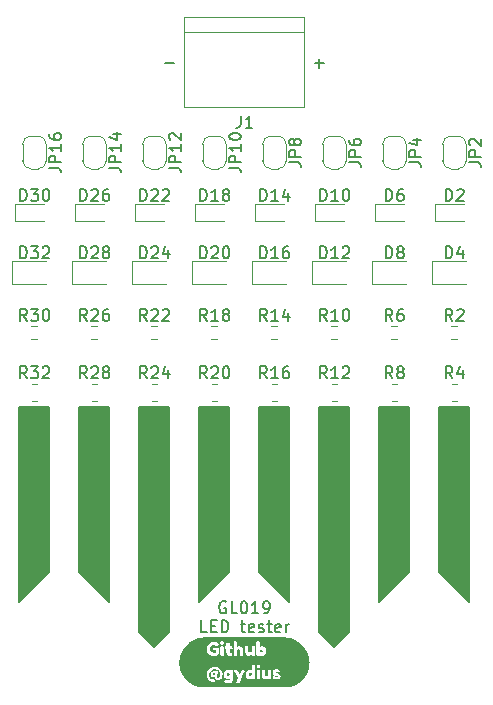
<source format=gto>
%TF.GenerationSoftware,KiCad,Pcbnew,(6.0.7)*%
%TF.CreationDate,2022-09-23T10:31:46+02:00*%
%TF.ProjectId,GL019_LED_test,474c3031-395f-44c4-9544-5f746573742e,rev?*%
%TF.SameCoordinates,PX7df6180PY2cd02b0*%
%TF.FileFunction,Legend,Top*%
%TF.FilePolarity,Positive*%
%FSLAX46Y46*%
G04 Gerber Fmt 4.6, Leading zero omitted, Abs format (unit mm)*
G04 Created by KiCad (PCBNEW (6.0.7)) date 2022-09-23 10:31:46*
%MOMM*%
%LPD*%
G01*
G04 APERTURE LIST*
%ADD10C,0.150000*%
%ADD11C,0.120000*%
G04 APERTURE END LIST*
D10*
G36*
X13970000Y-52070000D02*
G01*
X12700000Y-53340000D01*
X11430000Y-52070000D01*
X11430000Y-33020000D01*
X13970000Y-33020000D01*
X13970000Y-52070000D01*
G37*
X13970000Y-52070000D02*
X12700000Y-53340000D01*
X11430000Y-52070000D01*
X11430000Y-33020000D01*
X13970000Y-33020000D01*
X13970000Y-52070000D01*
G36*
X24130000Y-49530000D02*
G01*
X21590000Y-46990000D01*
X21590000Y-33020000D01*
X24130000Y-33020000D01*
X24130000Y-49530000D01*
G37*
X24130000Y-49530000D02*
X21590000Y-46990000D01*
X21590000Y-33020000D01*
X24130000Y-33020000D01*
X24130000Y-49530000D01*
G36*
X3810000Y-46990000D02*
G01*
X1270000Y-49530000D01*
X1270000Y-33020000D01*
X3810000Y-33020000D01*
X3810000Y-46990000D01*
G37*
X3810000Y-46990000D02*
X1270000Y-49530000D01*
X1270000Y-33020000D01*
X3810000Y-33020000D01*
X3810000Y-46990000D01*
G36*
X34290000Y-46990000D02*
G01*
X31750000Y-49530000D01*
X31750000Y-33020000D01*
X34290000Y-33020000D01*
X34290000Y-46990000D01*
G37*
X34290000Y-46990000D02*
X31750000Y-49530000D01*
X31750000Y-33020000D01*
X34290000Y-33020000D01*
X34290000Y-46990000D01*
G36*
X19050000Y-46990000D02*
G01*
X16510000Y-49530000D01*
X16510000Y-33020000D01*
X19050000Y-33020000D01*
X19050000Y-46990000D01*
G37*
X19050000Y-46990000D02*
X16510000Y-49530000D01*
X16510000Y-33020000D01*
X19050000Y-33020000D01*
X19050000Y-46990000D01*
G36*
X39370000Y-49530000D02*
G01*
X36830000Y-46990000D01*
X36830000Y-33020000D01*
X39370000Y-33020000D01*
X39370000Y-49530000D01*
G37*
X39370000Y-49530000D02*
X36830000Y-46990000D01*
X36830000Y-33020000D01*
X39370000Y-33020000D01*
X39370000Y-49530000D01*
G36*
X8890000Y-49530000D02*
G01*
X6350000Y-46990000D01*
X6350000Y-33020000D01*
X8890000Y-33020000D01*
X8890000Y-49530000D01*
G37*
X8890000Y-49530000D02*
X6350000Y-46990000D01*
X6350000Y-33020000D01*
X8890000Y-33020000D01*
X8890000Y-49530000D01*
G36*
X29210000Y-52070000D02*
G01*
X27940000Y-53340000D01*
X26670000Y-52070000D01*
X26670000Y-33020000D01*
X29210000Y-33020000D01*
X29210000Y-52070000D01*
G37*
X29210000Y-52070000D02*
X27940000Y-53340000D01*
X26670000Y-52070000D01*
X26670000Y-33020000D01*
X29210000Y-33020000D01*
X29210000Y-52070000D01*
X13589047Y-3881428D02*
X14350952Y-3881428D01*
X18748571Y-49495000D02*
X18653333Y-49447380D01*
X18510476Y-49447380D01*
X18367619Y-49495000D01*
X18272380Y-49590238D01*
X18224761Y-49685476D01*
X18177142Y-49875952D01*
X18177142Y-50018809D01*
X18224761Y-50209285D01*
X18272380Y-50304523D01*
X18367619Y-50399761D01*
X18510476Y-50447380D01*
X18605714Y-50447380D01*
X18748571Y-50399761D01*
X18796190Y-50352142D01*
X18796190Y-50018809D01*
X18605714Y-50018809D01*
X19700952Y-50447380D02*
X19224761Y-50447380D01*
X19224761Y-49447380D01*
X20224761Y-49447380D02*
X20320000Y-49447380D01*
X20415238Y-49495000D01*
X20462857Y-49542619D01*
X20510476Y-49637857D01*
X20558095Y-49828333D01*
X20558095Y-50066428D01*
X20510476Y-50256904D01*
X20462857Y-50352142D01*
X20415238Y-50399761D01*
X20320000Y-50447380D01*
X20224761Y-50447380D01*
X20129523Y-50399761D01*
X20081904Y-50352142D01*
X20034285Y-50256904D01*
X19986666Y-50066428D01*
X19986666Y-49828333D01*
X20034285Y-49637857D01*
X20081904Y-49542619D01*
X20129523Y-49495000D01*
X20224761Y-49447380D01*
X21510476Y-50447380D02*
X20939047Y-50447380D01*
X21224761Y-50447380D02*
X21224761Y-49447380D01*
X21129523Y-49590238D01*
X21034285Y-49685476D01*
X20939047Y-49733095D01*
X21986666Y-50447380D02*
X22177142Y-50447380D01*
X22272380Y-50399761D01*
X22320000Y-50352142D01*
X22415238Y-50209285D01*
X22462857Y-50018809D01*
X22462857Y-49637857D01*
X22415238Y-49542619D01*
X22367619Y-49495000D01*
X22272380Y-49447380D01*
X22081904Y-49447380D01*
X21986666Y-49495000D01*
X21939047Y-49542619D01*
X21891428Y-49637857D01*
X21891428Y-49875952D01*
X21939047Y-49971190D01*
X21986666Y-50018809D01*
X22081904Y-50066428D01*
X22272380Y-50066428D01*
X22367619Y-50018809D01*
X22415238Y-49971190D01*
X22462857Y-49875952D01*
X17153333Y-52057380D02*
X16677142Y-52057380D01*
X16677142Y-51057380D01*
X17486666Y-51533571D02*
X17820000Y-51533571D01*
X17962857Y-52057380D02*
X17486666Y-52057380D01*
X17486666Y-51057380D01*
X17962857Y-51057380D01*
X18391428Y-52057380D02*
X18391428Y-51057380D01*
X18629523Y-51057380D01*
X18772380Y-51105000D01*
X18867619Y-51200238D01*
X18915238Y-51295476D01*
X18962857Y-51485952D01*
X18962857Y-51628809D01*
X18915238Y-51819285D01*
X18867619Y-51914523D01*
X18772380Y-52009761D01*
X18629523Y-52057380D01*
X18391428Y-52057380D01*
X20010476Y-51390714D02*
X20391428Y-51390714D01*
X20153333Y-51057380D02*
X20153333Y-51914523D01*
X20200952Y-52009761D01*
X20296190Y-52057380D01*
X20391428Y-52057380D01*
X21105714Y-52009761D02*
X21010476Y-52057380D01*
X20820000Y-52057380D01*
X20724761Y-52009761D01*
X20677142Y-51914523D01*
X20677142Y-51533571D01*
X20724761Y-51438333D01*
X20820000Y-51390714D01*
X21010476Y-51390714D01*
X21105714Y-51438333D01*
X21153333Y-51533571D01*
X21153333Y-51628809D01*
X20677142Y-51724047D01*
X21534285Y-52009761D02*
X21629523Y-52057380D01*
X21820000Y-52057380D01*
X21915238Y-52009761D01*
X21962857Y-51914523D01*
X21962857Y-51866904D01*
X21915238Y-51771666D01*
X21820000Y-51724047D01*
X21677142Y-51724047D01*
X21581904Y-51676428D01*
X21534285Y-51581190D01*
X21534285Y-51533571D01*
X21581904Y-51438333D01*
X21677142Y-51390714D01*
X21820000Y-51390714D01*
X21915238Y-51438333D01*
X22248571Y-51390714D02*
X22629523Y-51390714D01*
X22391428Y-51057380D02*
X22391428Y-51914523D01*
X22439047Y-52009761D01*
X22534285Y-52057380D01*
X22629523Y-52057380D01*
X23343809Y-52009761D02*
X23248571Y-52057380D01*
X23058095Y-52057380D01*
X22962857Y-52009761D01*
X22915238Y-51914523D01*
X22915238Y-51533571D01*
X22962857Y-51438333D01*
X23058095Y-51390714D01*
X23248571Y-51390714D01*
X23343809Y-51438333D01*
X23391428Y-51533571D01*
X23391428Y-51628809D01*
X22915238Y-51724047D01*
X23820000Y-52057380D02*
X23820000Y-51390714D01*
X23820000Y-51581190D02*
X23867619Y-51485952D01*
X23915238Y-51438333D01*
X24010476Y-51390714D01*
X24105714Y-51390714D01*
X26289047Y-3881428D02*
X27050952Y-3881428D01*
X26670000Y-4262380D02*
X26670000Y-3500476D01*
%TO.C,D2*%
X37361904Y-15532380D02*
X37361904Y-14532380D01*
X37600000Y-14532380D01*
X37742857Y-14580000D01*
X37838095Y-14675238D01*
X37885714Y-14770476D01*
X37933333Y-14960952D01*
X37933333Y-15103809D01*
X37885714Y-15294285D01*
X37838095Y-15389523D01*
X37742857Y-15484761D01*
X37600000Y-15532380D01*
X37361904Y-15532380D01*
X38314285Y-14627619D02*
X38361904Y-14580000D01*
X38457142Y-14532380D01*
X38695238Y-14532380D01*
X38790476Y-14580000D01*
X38838095Y-14627619D01*
X38885714Y-14722857D01*
X38885714Y-14818095D01*
X38838095Y-14960952D01*
X38266666Y-15532380D01*
X38885714Y-15532380D01*
%TO.C,R14*%
X22217142Y-25692380D02*
X21883809Y-25216190D01*
X21645714Y-25692380D02*
X21645714Y-24692380D01*
X22026666Y-24692380D01*
X22121904Y-24740000D01*
X22169523Y-24787619D01*
X22217142Y-24882857D01*
X22217142Y-25025714D01*
X22169523Y-25120952D01*
X22121904Y-25168571D01*
X22026666Y-25216190D01*
X21645714Y-25216190D01*
X23169523Y-25692380D02*
X22598095Y-25692380D01*
X22883809Y-25692380D02*
X22883809Y-24692380D01*
X22788571Y-24835238D01*
X22693333Y-24930476D01*
X22598095Y-24978095D01*
X24026666Y-25025714D02*
X24026666Y-25692380D01*
X23788571Y-24644761D02*
X23550476Y-25359047D01*
X24169523Y-25359047D01*
%TO.C,JP14*%
X8872380Y-12739523D02*
X9586666Y-12739523D01*
X9729523Y-12787142D01*
X9824761Y-12882380D01*
X9872380Y-13025238D01*
X9872380Y-13120476D01*
X9872380Y-12263333D02*
X8872380Y-12263333D01*
X8872380Y-11882380D01*
X8920000Y-11787142D01*
X8967619Y-11739523D01*
X9062857Y-11691904D01*
X9205714Y-11691904D01*
X9300952Y-11739523D01*
X9348571Y-11787142D01*
X9396190Y-11882380D01*
X9396190Y-12263333D01*
X9872380Y-10739523D02*
X9872380Y-11310952D01*
X9872380Y-11025238D02*
X8872380Y-11025238D01*
X9015238Y-11120476D01*
X9110476Y-11215714D01*
X9158095Y-11310952D01*
X9205714Y-9882380D02*
X9872380Y-9882380D01*
X8824761Y-10120476D02*
X9539047Y-10358571D01*
X9539047Y-9739523D01*
%TO.C,J1*%
X19986666Y-8342380D02*
X19986666Y-9056666D01*
X19939047Y-9199523D01*
X19843809Y-9294761D01*
X19700952Y-9342380D01*
X19605714Y-9342380D01*
X20986666Y-9342380D02*
X20415238Y-9342380D01*
X20700952Y-9342380D02*
X20700952Y-8342380D01*
X20605714Y-8485238D01*
X20510476Y-8580476D01*
X20415238Y-8628095D01*
%TO.C,R28*%
X6977142Y-30552380D02*
X6643809Y-30076190D01*
X6405714Y-30552380D02*
X6405714Y-29552380D01*
X6786666Y-29552380D01*
X6881904Y-29600000D01*
X6929523Y-29647619D01*
X6977142Y-29742857D01*
X6977142Y-29885714D01*
X6929523Y-29980952D01*
X6881904Y-30028571D01*
X6786666Y-30076190D01*
X6405714Y-30076190D01*
X7358095Y-29647619D02*
X7405714Y-29600000D01*
X7500952Y-29552380D01*
X7739047Y-29552380D01*
X7834285Y-29600000D01*
X7881904Y-29647619D01*
X7929523Y-29742857D01*
X7929523Y-29838095D01*
X7881904Y-29980952D01*
X7310476Y-30552380D01*
X7929523Y-30552380D01*
X8500952Y-29980952D02*
X8405714Y-29933333D01*
X8358095Y-29885714D01*
X8310476Y-29790476D01*
X8310476Y-29742857D01*
X8358095Y-29647619D01*
X8405714Y-29600000D01*
X8500952Y-29552380D01*
X8691428Y-29552380D01*
X8786666Y-29600000D01*
X8834285Y-29647619D01*
X8881904Y-29742857D01*
X8881904Y-29790476D01*
X8834285Y-29885714D01*
X8786666Y-29933333D01*
X8691428Y-29980952D01*
X8500952Y-29980952D01*
X8405714Y-30028571D01*
X8358095Y-30076190D01*
X8310476Y-30171428D01*
X8310476Y-30361904D01*
X8358095Y-30457142D01*
X8405714Y-30504761D01*
X8500952Y-30552380D01*
X8691428Y-30552380D01*
X8786666Y-30504761D01*
X8834285Y-30457142D01*
X8881904Y-30361904D01*
X8881904Y-30171428D01*
X8834285Y-30076190D01*
X8786666Y-30028571D01*
X8691428Y-29980952D01*
%TO.C,R12*%
X27297142Y-30552380D02*
X26963809Y-30076190D01*
X26725714Y-30552380D02*
X26725714Y-29552380D01*
X27106666Y-29552380D01*
X27201904Y-29600000D01*
X27249523Y-29647619D01*
X27297142Y-29742857D01*
X27297142Y-29885714D01*
X27249523Y-29980952D01*
X27201904Y-30028571D01*
X27106666Y-30076190D01*
X26725714Y-30076190D01*
X28249523Y-30552380D02*
X27678095Y-30552380D01*
X27963809Y-30552380D02*
X27963809Y-29552380D01*
X27868571Y-29695238D01*
X27773333Y-29790476D01*
X27678095Y-29838095D01*
X28630476Y-29647619D02*
X28678095Y-29600000D01*
X28773333Y-29552380D01*
X29011428Y-29552380D01*
X29106666Y-29600000D01*
X29154285Y-29647619D01*
X29201904Y-29742857D01*
X29201904Y-29838095D01*
X29154285Y-29980952D01*
X28582857Y-30552380D01*
X29201904Y-30552380D01*
%TO.C,D30*%
X1325714Y-15532380D02*
X1325714Y-14532380D01*
X1563809Y-14532380D01*
X1706666Y-14580000D01*
X1801904Y-14675238D01*
X1849523Y-14770476D01*
X1897142Y-14960952D01*
X1897142Y-15103809D01*
X1849523Y-15294285D01*
X1801904Y-15389523D01*
X1706666Y-15484761D01*
X1563809Y-15532380D01*
X1325714Y-15532380D01*
X2230476Y-14532380D02*
X2849523Y-14532380D01*
X2516190Y-14913333D01*
X2659047Y-14913333D01*
X2754285Y-14960952D01*
X2801904Y-15008571D01*
X2849523Y-15103809D01*
X2849523Y-15341904D01*
X2801904Y-15437142D01*
X2754285Y-15484761D01*
X2659047Y-15532380D01*
X2373333Y-15532380D01*
X2278095Y-15484761D01*
X2230476Y-15437142D01*
X3468571Y-14532380D02*
X3563809Y-14532380D01*
X3659047Y-14580000D01*
X3706666Y-14627619D01*
X3754285Y-14722857D01*
X3801904Y-14913333D01*
X3801904Y-15151428D01*
X3754285Y-15341904D01*
X3706666Y-15437142D01*
X3659047Y-15484761D01*
X3563809Y-15532380D01*
X3468571Y-15532380D01*
X3373333Y-15484761D01*
X3325714Y-15437142D01*
X3278095Y-15341904D01*
X3230476Y-15151428D01*
X3230476Y-14913333D01*
X3278095Y-14722857D01*
X3325714Y-14627619D01*
X3373333Y-14580000D01*
X3468571Y-14532380D01*
%TO.C,D6*%
X32281904Y-15532380D02*
X32281904Y-14532380D01*
X32520000Y-14532380D01*
X32662857Y-14580000D01*
X32758095Y-14675238D01*
X32805714Y-14770476D01*
X32853333Y-14960952D01*
X32853333Y-15103809D01*
X32805714Y-15294285D01*
X32758095Y-15389523D01*
X32662857Y-15484761D01*
X32520000Y-15532380D01*
X32281904Y-15532380D01*
X33710476Y-14532380D02*
X33520000Y-14532380D01*
X33424761Y-14580000D01*
X33377142Y-14627619D01*
X33281904Y-14770476D01*
X33234285Y-14960952D01*
X33234285Y-15341904D01*
X33281904Y-15437142D01*
X33329523Y-15484761D01*
X33424761Y-15532380D01*
X33615238Y-15532380D01*
X33710476Y-15484761D01*
X33758095Y-15437142D01*
X33805714Y-15341904D01*
X33805714Y-15103809D01*
X33758095Y-15008571D01*
X33710476Y-14960952D01*
X33615238Y-14913333D01*
X33424761Y-14913333D01*
X33329523Y-14960952D01*
X33281904Y-15008571D01*
X33234285Y-15103809D01*
%TO.C,R16*%
X22217142Y-30552380D02*
X21883809Y-30076190D01*
X21645714Y-30552380D02*
X21645714Y-29552380D01*
X22026666Y-29552380D01*
X22121904Y-29600000D01*
X22169523Y-29647619D01*
X22217142Y-29742857D01*
X22217142Y-29885714D01*
X22169523Y-29980952D01*
X22121904Y-30028571D01*
X22026666Y-30076190D01*
X21645714Y-30076190D01*
X23169523Y-30552380D02*
X22598095Y-30552380D01*
X22883809Y-30552380D02*
X22883809Y-29552380D01*
X22788571Y-29695238D01*
X22693333Y-29790476D01*
X22598095Y-29838095D01*
X24026666Y-29552380D02*
X23836190Y-29552380D01*
X23740952Y-29600000D01*
X23693333Y-29647619D01*
X23598095Y-29790476D01*
X23550476Y-29980952D01*
X23550476Y-30361904D01*
X23598095Y-30457142D01*
X23645714Y-30504761D01*
X23740952Y-30552380D01*
X23931428Y-30552380D01*
X24026666Y-30504761D01*
X24074285Y-30457142D01*
X24121904Y-30361904D01*
X24121904Y-30123809D01*
X24074285Y-30028571D01*
X24026666Y-29980952D01*
X23931428Y-29933333D01*
X23740952Y-29933333D01*
X23645714Y-29980952D01*
X23598095Y-30028571D01*
X23550476Y-30123809D01*
%TO.C,D28*%
X6405714Y-20392380D02*
X6405714Y-19392380D01*
X6643809Y-19392380D01*
X6786666Y-19440000D01*
X6881904Y-19535238D01*
X6929523Y-19630476D01*
X6977142Y-19820952D01*
X6977142Y-19963809D01*
X6929523Y-20154285D01*
X6881904Y-20249523D01*
X6786666Y-20344761D01*
X6643809Y-20392380D01*
X6405714Y-20392380D01*
X7358095Y-19487619D02*
X7405714Y-19440000D01*
X7500952Y-19392380D01*
X7739047Y-19392380D01*
X7834285Y-19440000D01*
X7881904Y-19487619D01*
X7929523Y-19582857D01*
X7929523Y-19678095D01*
X7881904Y-19820952D01*
X7310476Y-20392380D01*
X7929523Y-20392380D01*
X8500952Y-19820952D02*
X8405714Y-19773333D01*
X8358095Y-19725714D01*
X8310476Y-19630476D01*
X8310476Y-19582857D01*
X8358095Y-19487619D01*
X8405714Y-19440000D01*
X8500952Y-19392380D01*
X8691428Y-19392380D01*
X8786666Y-19440000D01*
X8834285Y-19487619D01*
X8881904Y-19582857D01*
X8881904Y-19630476D01*
X8834285Y-19725714D01*
X8786666Y-19773333D01*
X8691428Y-19820952D01*
X8500952Y-19820952D01*
X8405714Y-19868571D01*
X8358095Y-19916190D01*
X8310476Y-20011428D01*
X8310476Y-20201904D01*
X8358095Y-20297142D01*
X8405714Y-20344761D01*
X8500952Y-20392380D01*
X8691428Y-20392380D01*
X8786666Y-20344761D01*
X8834285Y-20297142D01*
X8881904Y-20201904D01*
X8881904Y-20011428D01*
X8834285Y-19916190D01*
X8786666Y-19868571D01*
X8691428Y-19820952D01*
%TO.C,JP8*%
X24112380Y-12263333D02*
X24826666Y-12263333D01*
X24969523Y-12310952D01*
X25064761Y-12406190D01*
X25112380Y-12549047D01*
X25112380Y-12644285D01*
X25112380Y-11787142D02*
X24112380Y-11787142D01*
X24112380Y-11406190D01*
X24160000Y-11310952D01*
X24207619Y-11263333D01*
X24302857Y-11215714D01*
X24445714Y-11215714D01*
X24540952Y-11263333D01*
X24588571Y-11310952D01*
X24636190Y-11406190D01*
X24636190Y-11787142D01*
X24540952Y-10644285D02*
X24493333Y-10739523D01*
X24445714Y-10787142D01*
X24350476Y-10834761D01*
X24302857Y-10834761D01*
X24207619Y-10787142D01*
X24160000Y-10739523D01*
X24112380Y-10644285D01*
X24112380Y-10453809D01*
X24160000Y-10358571D01*
X24207619Y-10310952D01*
X24302857Y-10263333D01*
X24350476Y-10263333D01*
X24445714Y-10310952D01*
X24493333Y-10358571D01*
X24540952Y-10453809D01*
X24540952Y-10644285D01*
X24588571Y-10739523D01*
X24636190Y-10787142D01*
X24731428Y-10834761D01*
X24921904Y-10834761D01*
X25017142Y-10787142D01*
X25064761Y-10739523D01*
X25112380Y-10644285D01*
X25112380Y-10453809D01*
X25064761Y-10358571D01*
X25017142Y-10310952D01*
X24921904Y-10263333D01*
X24731428Y-10263333D01*
X24636190Y-10310952D01*
X24588571Y-10358571D01*
X24540952Y-10453809D01*
%TO.C,JP2*%
X39352380Y-12263333D02*
X40066666Y-12263333D01*
X40209523Y-12310952D01*
X40304761Y-12406190D01*
X40352380Y-12549047D01*
X40352380Y-12644285D01*
X40352380Y-11787142D02*
X39352380Y-11787142D01*
X39352380Y-11406190D01*
X39400000Y-11310952D01*
X39447619Y-11263333D01*
X39542857Y-11215714D01*
X39685714Y-11215714D01*
X39780952Y-11263333D01*
X39828571Y-11310952D01*
X39876190Y-11406190D01*
X39876190Y-11787142D01*
X39447619Y-10834761D02*
X39400000Y-10787142D01*
X39352380Y-10691904D01*
X39352380Y-10453809D01*
X39400000Y-10358571D01*
X39447619Y-10310952D01*
X39542857Y-10263333D01*
X39638095Y-10263333D01*
X39780952Y-10310952D01*
X40352380Y-10882380D01*
X40352380Y-10263333D01*
%TO.C,D20*%
X16565714Y-20392380D02*
X16565714Y-19392380D01*
X16803809Y-19392380D01*
X16946666Y-19440000D01*
X17041904Y-19535238D01*
X17089523Y-19630476D01*
X17137142Y-19820952D01*
X17137142Y-19963809D01*
X17089523Y-20154285D01*
X17041904Y-20249523D01*
X16946666Y-20344761D01*
X16803809Y-20392380D01*
X16565714Y-20392380D01*
X17518095Y-19487619D02*
X17565714Y-19440000D01*
X17660952Y-19392380D01*
X17899047Y-19392380D01*
X17994285Y-19440000D01*
X18041904Y-19487619D01*
X18089523Y-19582857D01*
X18089523Y-19678095D01*
X18041904Y-19820952D01*
X17470476Y-20392380D01*
X18089523Y-20392380D01*
X18708571Y-19392380D02*
X18803809Y-19392380D01*
X18899047Y-19440000D01*
X18946666Y-19487619D01*
X18994285Y-19582857D01*
X19041904Y-19773333D01*
X19041904Y-20011428D01*
X18994285Y-20201904D01*
X18946666Y-20297142D01*
X18899047Y-20344761D01*
X18803809Y-20392380D01*
X18708571Y-20392380D01*
X18613333Y-20344761D01*
X18565714Y-20297142D01*
X18518095Y-20201904D01*
X18470476Y-20011428D01*
X18470476Y-19773333D01*
X18518095Y-19582857D01*
X18565714Y-19487619D01*
X18613333Y-19440000D01*
X18708571Y-19392380D01*
%TO.C,R22*%
X12057142Y-25692380D02*
X11723809Y-25216190D01*
X11485714Y-25692380D02*
X11485714Y-24692380D01*
X11866666Y-24692380D01*
X11961904Y-24740000D01*
X12009523Y-24787619D01*
X12057142Y-24882857D01*
X12057142Y-25025714D01*
X12009523Y-25120952D01*
X11961904Y-25168571D01*
X11866666Y-25216190D01*
X11485714Y-25216190D01*
X12438095Y-24787619D02*
X12485714Y-24740000D01*
X12580952Y-24692380D01*
X12819047Y-24692380D01*
X12914285Y-24740000D01*
X12961904Y-24787619D01*
X13009523Y-24882857D01*
X13009523Y-24978095D01*
X12961904Y-25120952D01*
X12390476Y-25692380D01*
X13009523Y-25692380D01*
X13390476Y-24787619D02*
X13438095Y-24740000D01*
X13533333Y-24692380D01*
X13771428Y-24692380D01*
X13866666Y-24740000D01*
X13914285Y-24787619D01*
X13961904Y-24882857D01*
X13961904Y-24978095D01*
X13914285Y-25120952D01*
X13342857Y-25692380D01*
X13961904Y-25692380D01*
%TO.C,D10*%
X26725714Y-15532380D02*
X26725714Y-14532380D01*
X26963809Y-14532380D01*
X27106666Y-14580000D01*
X27201904Y-14675238D01*
X27249523Y-14770476D01*
X27297142Y-14960952D01*
X27297142Y-15103809D01*
X27249523Y-15294285D01*
X27201904Y-15389523D01*
X27106666Y-15484761D01*
X26963809Y-15532380D01*
X26725714Y-15532380D01*
X28249523Y-15532380D02*
X27678095Y-15532380D01*
X27963809Y-15532380D02*
X27963809Y-14532380D01*
X27868571Y-14675238D01*
X27773333Y-14770476D01*
X27678095Y-14818095D01*
X28868571Y-14532380D02*
X28963809Y-14532380D01*
X29059047Y-14580000D01*
X29106666Y-14627619D01*
X29154285Y-14722857D01*
X29201904Y-14913333D01*
X29201904Y-15151428D01*
X29154285Y-15341904D01*
X29106666Y-15437142D01*
X29059047Y-15484761D01*
X28963809Y-15532380D01*
X28868571Y-15532380D01*
X28773333Y-15484761D01*
X28725714Y-15437142D01*
X28678095Y-15341904D01*
X28630476Y-15151428D01*
X28630476Y-14913333D01*
X28678095Y-14722857D01*
X28725714Y-14627619D01*
X28773333Y-14580000D01*
X28868571Y-14532380D01*
%TO.C,D16*%
X21645714Y-20392380D02*
X21645714Y-19392380D01*
X21883809Y-19392380D01*
X22026666Y-19440000D01*
X22121904Y-19535238D01*
X22169523Y-19630476D01*
X22217142Y-19820952D01*
X22217142Y-19963809D01*
X22169523Y-20154285D01*
X22121904Y-20249523D01*
X22026666Y-20344761D01*
X21883809Y-20392380D01*
X21645714Y-20392380D01*
X23169523Y-20392380D02*
X22598095Y-20392380D01*
X22883809Y-20392380D02*
X22883809Y-19392380D01*
X22788571Y-19535238D01*
X22693333Y-19630476D01*
X22598095Y-19678095D01*
X24026666Y-19392380D02*
X23836190Y-19392380D01*
X23740952Y-19440000D01*
X23693333Y-19487619D01*
X23598095Y-19630476D01*
X23550476Y-19820952D01*
X23550476Y-20201904D01*
X23598095Y-20297142D01*
X23645714Y-20344761D01*
X23740952Y-20392380D01*
X23931428Y-20392380D01*
X24026666Y-20344761D01*
X24074285Y-20297142D01*
X24121904Y-20201904D01*
X24121904Y-19963809D01*
X24074285Y-19868571D01*
X24026666Y-19820952D01*
X23931428Y-19773333D01*
X23740952Y-19773333D01*
X23645714Y-19820952D01*
X23598095Y-19868571D01*
X23550476Y-19963809D01*
%TO.C,R4*%
X37933333Y-30552380D02*
X37600000Y-30076190D01*
X37361904Y-30552380D02*
X37361904Y-29552380D01*
X37742857Y-29552380D01*
X37838095Y-29600000D01*
X37885714Y-29647619D01*
X37933333Y-29742857D01*
X37933333Y-29885714D01*
X37885714Y-29980952D01*
X37838095Y-30028571D01*
X37742857Y-30076190D01*
X37361904Y-30076190D01*
X38790476Y-29885714D02*
X38790476Y-30552380D01*
X38552380Y-29504761D02*
X38314285Y-30219047D01*
X38933333Y-30219047D01*
%TO.C,D22*%
X11485714Y-15532380D02*
X11485714Y-14532380D01*
X11723809Y-14532380D01*
X11866666Y-14580000D01*
X11961904Y-14675238D01*
X12009523Y-14770476D01*
X12057142Y-14960952D01*
X12057142Y-15103809D01*
X12009523Y-15294285D01*
X11961904Y-15389523D01*
X11866666Y-15484761D01*
X11723809Y-15532380D01*
X11485714Y-15532380D01*
X12438095Y-14627619D02*
X12485714Y-14580000D01*
X12580952Y-14532380D01*
X12819047Y-14532380D01*
X12914285Y-14580000D01*
X12961904Y-14627619D01*
X13009523Y-14722857D01*
X13009523Y-14818095D01*
X12961904Y-14960952D01*
X12390476Y-15532380D01*
X13009523Y-15532380D01*
X13390476Y-14627619D02*
X13438095Y-14580000D01*
X13533333Y-14532380D01*
X13771428Y-14532380D01*
X13866666Y-14580000D01*
X13914285Y-14627619D01*
X13961904Y-14722857D01*
X13961904Y-14818095D01*
X13914285Y-14960952D01*
X13342857Y-15532380D01*
X13961904Y-15532380D01*
%TO.C,R6*%
X32853333Y-25692380D02*
X32520000Y-25216190D01*
X32281904Y-25692380D02*
X32281904Y-24692380D01*
X32662857Y-24692380D01*
X32758095Y-24740000D01*
X32805714Y-24787619D01*
X32853333Y-24882857D01*
X32853333Y-25025714D01*
X32805714Y-25120952D01*
X32758095Y-25168571D01*
X32662857Y-25216190D01*
X32281904Y-25216190D01*
X33710476Y-24692380D02*
X33520000Y-24692380D01*
X33424761Y-24740000D01*
X33377142Y-24787619D01*
X33281904Y-24930476D01*
X33234285Y-25120952D01*
X33234285Y-25501904D01*
X33281904Y-25597142D01*
X33329523Y-25644761D01*
X33424761Y-25692380D01*
X33615238Y-25692380D01*
X33710476Y-25644761D01*
X33758095Y-25597142D01*
X33805714Y-25501904D01*
X33805714Y-25263809D01*
X33758095Y-25168571D01*
X33710476Y-25120952D01*
X33615238Y-25073333D01*
X33424761Y-25073333D01*
X33329523Y-25120952D01*
X33281904Y-25168571D01*
X33234285Y-25263809D01*
%TO.C,D26*%
X6405714Y-15532380D02*
X6405714Y-14532380D01*
X6643809Y-14532380D01*
X6786666Y-14580000D01*
X6881904Y-14675238D01*
X6929523Y-14770476D01*
X6977142Y-14960952D01*
X6977142Y-15103809D01*
X6929523Y-15294285D01*
X6881904Y-15389523D01*
X6786666Y-15484761D01*
X6643809Y-15532380D01*
X6405714Y-15532380D01*
X7358095Y-14627619D02*
X7405714Y-14580000D01*
X7500952Y-14532380D01*
X7739047Y-14532380D01*
X7834285Y-14580000D01*
X7881904Y-14627619D01*
X7929523Y-14722857D01*
X7929523Y-14818095D01*
X7881904Y-14960952D01*
X7310476Y-15532380D01*
X7929523Y-15532380D01*
X8786666Y-14532380D02*
X8596190Y-14532380D01*
X8500952Y-14580000D01*
X8453333Y-14627619D01*
X8358095Y-14770476D01*
X8310476Y-14960952D01*
X8310476Y-15341904D01*
X8358095Y-15437142D01*
X8405714Y-15484761D01*
X8500952Y-15532380D01*
X8691428Y-15532380D01*
X8786666Y-15484761D01*
X8834285Y-15437142D01*
X8881904Y-15341904D01*
X8881904Y-15103809D01*
X8834285Y-15008571D01*
X8786666Y-14960952D01*
X8691428Y-14913333D01*
X8500952Y-14913333D01*
X8405714Y-14960952D01*
X8358095Y-15008571D01*
X8310476Y-15103809D01*
%TO.C,D14*%
X21645714Y-15532380D02*
X21645714Y-14532380D01*
X21883809Y-14532380D01*
X22026666Y-14580000D01*
X22121904Y-14675238D01*
X22169523Y-14770476D01*
X22217142Y-14960952D01*
X22217142Y-15103809D01*
X22169523Y-15294285D01*
X22121904Y-15389523D01*
X22026666Y-15484761D01*
X21883809Y-15532380D01*
X21645714Y-15532380D01*
X23169523Y-15532380D02*
X22598095Y-15532380D01*
X22883809Y-15532380D02*
X22883809Y-14532380D01*
X22788571Y-14675238D01*
X22693333Y-14770476D01*
X22598095Y-14818095D01*
X24026666Y-14865714D02*
X24026666Y-15532380D01*
X23788571Y-14484761D02*
X23550476Y-15199047D01*
X24169523Y-15199047D01*
%TO.C,JP6*%
X29192380Y-12263333D02*
X29906666Y-12263333D01*
X30049523Y-12310952D01*
X30144761Y-12406190D01*
X30192380Y-12549047D01*
X30192380Y-12644285D01*
X30192380Y-11787142D02*
X29192380Y-11787142D01*
X29192380Y-11406190D01*
X29240000Y-11310952D01*
X29287619Y-11263333D01*
X29382857Y-11215714D01*
X29525714Y-11215714D01*
X29620952Y-11263333D01*
X29668571Y-11310952D01*
X29716190Y-11406190D01*
X29716190Y-11787142D01*
X29192380Y-10358571D02*
X29192380Y-10549047D01*
X29240000Y-10644285D01*
X29287619Y-10691904D01*
X29430476Y-10787142D01*
X29620952Y-10834761D01*
X30001904Y-10834761D01*
X30097142Y-10787142D01*
X30144761Y-10739523D01*
X30192380Y-10644285D01*
X30192380Y-10453809D01*
X30144761Y-10358571D01*
X30097142Y-10310952D01*
X30001904Y-10263333D01*
X29763809Y-10263333D01*
X29668571Y-10310952D01*
X29620952Y-10358571D01*
X29573333Y-10453809D01*
X29573333Y-10644285D01*
X29620952Y-10739523D01*
X29668571Y-10787142D01*
X29763809Y-10834761D01*
%TO.C,JP4*%
X34272380Y-12263333D02*
X34986666Y-12263333D01*
X35129523Y-12310952D01*
X35224761Y-12406190D01*
X35272380Y-12549047D01*
X35272380Y-12644285D01*
X35272380Y-11787142D02*
X34272380Y-11787142D01*
X34272380Y-11406190D01*
X34320000Y-11310952D01*
X34367619Y-11263333D01*
X34462857Y-11215714D01*
X34605714Y-11215714D01*
X34700952Y-11263333D01*
X34748571Y-11310952D01*
X34796190Y-11406190D01*
X34796190Y-11787142D01*
X34605714Y-10358571D02*
X35272380Y-10358571D01*
X34224761Y-10596666D02*
X34939047Y-10834761D01*
X34939047Y-10215714D01*
%TO.C,D18*%
X16565714Y-15532380D02*
X16565714Y-14532380D01*
X16803809Y-14532380D01*
X16946666Y-14580000D01*
X17041904Y-14675238D01*
X17089523Y-14770476D01*
X17137142Y-14960952D01*
X17137142Y-15103809D01*
X17089523Y-15294285D01*
X17041904Y-15389523D01*
X16946666Y-15484761D01*
X16803809Y-15532380D01*
X16565714Y-15532380D01*
X18089523Y-15532380D02*
X17518095Y-15532380D01*
X17803809Y-15532380D02*
X17803809Y-14532380D01*
X17708571Y-14675238D01*
X17613333Y-14770476D01*
X17518095Y-14818095D01*
X18660952Y-14960952D02*
X18565714Y-14913333D01*
X18518095Y-14865714D01*
X18470476Y-14770476D01*
X18470476Y-14722857D01*
X18518095Y-14627619D01*
X18565714Y-14580000D01*
X18660952Y-14532380D01*
X18851428Y-14532380D01*
X18946666Y-14580000D01*
X18994285Y-14627619D01*
X19041904Y-14722857D01*
X19041904Y-14770476D01*
X18994285Y-14865714D01*
X18946666Y-14913333D01*
X18851428Y-14960952D01*
X18660952Y-14960952D01*
X18565714Y-15008571D01*
X18518095Y-15056190D01*
X18470476Y-15151428D01*
X18470476Y-15341904D01*
X18518095Y-15437142D01*
X18565714Y-15484761D01*
X18660952Y-15532380D01*
X18851428Y-15532380D01*
X18946666Y-15484761D01*
X18994285Y-15437142D01*
X19041904Y-15341904D01*
X19041904Y-15151428D01*
X18994285Y-15056190D01*
X18946666Y-15008571D01*
X18851428Y-14960952D01*
%TO.C,R32*%
X1897142Y-30552380D02*
X1563809Y-30076190D01*
X1325714Y-30552380D02*
X1325714Y-29552380D01*
X1706666Y-29552380D01*
X1801904Y-29600000D01*
X1849523Y-29647619D01*
X1897142Y-29742857D01*
X1897142Y-29885714D01*
X1849523Y-29980952D01*
X1801904Y-30028571D01*
X1706666Y-30076190D01*
X1325714Y-30076190D01*
X2230476Y-29552380D02*
X2849523Y-29552380D01*
X2516190Y-29933333D01*
X2659047Y-29933333D01*
X2754285Y-29980952D01*
X2801904Y-30028571D01*
X2849523Y-30123809D01*
X2849523Y-30361904D01*
X2801904Y-30457142D01*
X2754285Y-30504761D01*
X2659047Y-30552380D01*
X2373333Y-30552380D01*
X2278095Y-30504761D01*
X2230476Y-30457142D01*
X3230476Y-29647619D02*
X3278095Y-29600000D01*
X3373333Y-29552380D01*
X3611428Y-29552380D01*
X3706666Y-29600000D01*
X3754285Y-29647619D01*
X3801904Y-29742857D01*
X3801904Y-29838095D01*
X3754285Y-29980952D01*
X3182857Y-30552380D01*
X3801904Y-30552380D01*
%TO.C,JP16*%
X3792380Y-12739523D02*
X4506666Y-12739523D01*
X4649523Y-12787142D01*
X4744761Y-12882380D01*
X4792380Y-13025238D01*
X4792380Y-13120476D01*
X4792380Y-12263333D02*
X3792380Y-12263333D01*
X3792380Y-11882380D01*
X3840000Y-11787142D01*
X3887619Y-11739523D01*
X3982857Y-11691904D01*
X4125714Y-11691904D01*
X4220952Y-11739523D01*
X4268571Y-11787142D01*
X4316190Y-11882380D01*
X4316190Y-12263333D01*
X4792380Y-10739523D02*
X4792380Y-11310952D01*
X4792380Y-11025238D02*
X3792380Y-11025238D01*
X3935238Y-11120476D01*
X4030476Y-11215714D01*
X4078095Y-11310952D01*
X3792380Y-9882380D02*
X3792380Y-10072857D01*
X3840000Y-10168095D01*
X3887619Y-10215714D01*
X4030476Y-10310952D01*
X4220952Y-10358571D01*
X4601904Y-10358571D01*
X4697142Y-10310952D01*
X4744761Y-10263333D01*
X4792380Y-10168095D01*
X4792380Y-9977619D01*
X4744761Y-9882380D01*
X4697142Y-9834761D01*
X4601904Y-9787142D01*
X4363809Y-9787142D01*
X4268571Y-9834761D01*
X4220952Y-9882380D01*
X4173333Y-9977619D01*
X4173333Y-10168095D01*
X4220952Y-10263333D01*
X4268571Y-10310952D01*
X4363809Y-10358571D01*
%TO.C,D24*%
X11485714Y-20392380D02*
X11485714Y-19392380D01*
X11723809Y-19392380D01*
X11866666Y-19440000D01*
X11961904Y-19535238D01*
X12009523Y-19630476D01*
X12057142Y-19820952D01*
X12057142Y-19963809D01*
X12009523Y-20154285D01*
X11961904Y-20249523D01*
X11866666Y-20344761D01*
X11723809Y-20392380D01*
X11485714Y-20392380D01*
X12438095Y-19487619D02*
X12485714Y-19440000D01*
X12580952Y-19392380D01*
X12819047Y-19392380D01*
X12914285Y-19440000D01*
X12961904Y-19487619D01*
X13009523Y-19582857D01*
X13009523Y-19678095D01*
X12961904Y-19820952D01*
X12390476Y-20392380D01*
X13009523Y-20392380D01*
X13866666Y-19725714D02*
X13866666Y-20392380D01*
X13628571Y-19344761D02*
X13390476Y-20059047D01*
X14009523Y-20059047D01*
%TO.C,R24*%
X12057142Y-30552380D02*
X11723809Y-30076190D01*
X11485714Y-30552380D02*
X11485714Y-29552380D01*
X11866666Y-29552380D01*
X11961904Y-29600000D01*
X12009523Y-29647619D01*
X12057142Y-29742857D01*
X12057142Y-29885714D01*
X12009523Y-29980952D01*
X11961904Y-30028571D01*
X11866666Y-30076190D01*
X11485714Y-30076190D01*
X12438095Y-29647619D02*
X12485714Y-29600000D01*
X12580952Y-29552380D01*
X12819047Y-29552380D01*
X12914285Y-29600000D01*
X12961904Y-29647619D01*
X13009523Y-29742857D01*
X13009523Y-29838095D01*
X12961904Y-29980952D01*
X12390476Y-30552380D01*
X13009523Y-30552380D01*
X13866666Y-29885714D02*
X13866666Y-30552380D01*
X13628571Y-29504761D02*
X13390476Y-30219047D01*
X14009523Y-30219047D01*
%TO.C,R30*%
X1897142Y-25692380D02*
X1563809Y-25216190D01*
X1325714Y-25692380D02*
X1325714Y-24692380D01*
X1706666Y-24692380D01*
X1801904Y-24740000D01*
X1849523Y-24787619D01*
X1897142Y-24882857D01*
X1897142Y-25025714D01*
X1849523Y-25120952D01*
X1801904Y-25168571D01*
X1706666Y-25216190D01*
X1325714Y-25216190D01*
X2230476Y-24692380D02*
X2849523Y-24692380D01*
X2516190Y-25073333D01*
X2659047Y-25073333D01*
X2754285Y-25120952D01*
X2801904Y-25168571D01*
X2849523Y-25263809D01*
X2849523Y-25501904D01*
X2801904Y-25597142D01*
X2754285Y-25644761D01*
X2659047Y-25692380D01*
X2373333Y-25692380D01*
X2278095Y-25644761D01*
X2230476Y-25597142D01*
X3468571Y-24692380D02*
X3563809Y-24692380D01*
X3659047Y-24740000D01*
X3706666Y-24787619D01*
X3754285Y-24882857D01*
X3801904Y-25073333D01*
X3801904Y-25311428D01*
X3754285Y-25501904D01*
X3706666Y-25597142D01*
X3659047Y-25644761D01*
X3563809Y-25692380D01*
X3468571Y-25692380D01*
X3373333Y-25644761D01*
X3325714Y-25597142D01*
X3278095Y-25501904D01*
X3230476Y-25311428D01*
X3230476Y-25073333D01*
X3278095Y-24882857D01*
X3325714Y-24787619D01*
X3373333Y-24740000D01*
X3468571Y-24692380D01*
%TO.C,R26*%
X6977142Y-25692380D02*
X6643809Y-25216190D01*
X6405714Y-25692380D02*
X6405714Y-24692380D01*
X6786666Y-24692380D01*
X6881904Y-24740000D01*
X6929523Y-24787619D01*
X6977142Y-24882857D01*
X6977142Y-25025714D01*
X6929523Y-25120952D01*
X6881904Y-25168571D01*
X6786666Y-25216190D01*
X6405714Y-25216190D01*
X7358095Y-24787619D02*
X7405714Y-24740000D01*
X7500952Y-24692380D01*
X7739047Y-24692380D01*
X7834285Y-24740000D01*
X7881904Y-24787619D01*
X7929523Y-24882857D01*
X7929523Y-24978095D01*
X7881904Y-25120952D01*
X7310476Y-25692380D01*
X7929523Y-25692380D01*
X8786666Y-24692380D02*
X8596190Y-24692380D01*
X8500952Y-24740000D01*
X8453333Y-24787619D01*
X8358095Y-24930476D01*
X8310476Y-25120952D01*
X8310476Y-25501904D01*
X8358095Y-25597142D01*
X8405714Y-25644761D01*
X8500952Y-25692380D01*
X8691428Y-25692380D01*
X8786666Y-25644761D01*
X8834285Y-25597142D01*
X8881904Y-25501904D01*
X8881904Y-25263809D01*
X8834285Y-25168571D01*
X8786666Y-25120952D01*
X8691428Y-25073333D01*
X8500952Y-25073333D01*
X8405714Y-25120952D01*
X8358095Y-25168571D01*
X8310476Y-25263809D01*
%TO.C,JP12*%
X13952380Y-12739523D02*
X14666666Y-12739523D01*
X14809523Y-12787142D01*
X14904761Y-12882380D01*
X14952380Y-13025238D01*
X14952380Y-13120476D01*
X14952380Y-12263333D02*
X13952380Y-12263333D01*
X13952380Y-11882380D01*
X14000000Y-11787142D01*
X14047619Y-11739523D01*
X14142857Y-11691904D01*
X14285714Y-11691904D01*
X14380952Y-11739523D01*
X14428571Y-11787142D01*
X14476190Y-11882380D01*
X14476190Y-12263333D01*
X14952380Y-10739523D02*
X14952380Y-11310952D01*
X14952380Y-11025238D02*
X13952380Y-11025238D01*
X14095238Y-11120476D01*
X14190476Y-11215714D01*
X14238095Y-11310952D01*
X14047619Y-10358571D02*
X14000000Y-10310952D01*
X13952380Y-10215714D01*
X13952380Y-9977619D01*
X14000000Y-9882380D01*
X14047619Y-9834761D01*
X14142857Y-9787142D01*
X14238095Y-9787142D01*
X14380952Y-9834761D01*
X14952380Y-10406190D01*
X14952380Y-9787142D01*
%TO.C,R18*%
X17137142Y-25692380D02*
X16803809Y-25216190D01*
X16565714Y-25692380D02*
X16565714Y-24692380D01*
X16946666Y-24692380D01*
X17041904Y-24740000D01*
X17089523Y-24787619D01*
X17137142Y-24882857D01*
X17137142Y-25025714D01*
X17089523Y-25120952D01*
X17041904Y-25168571D01*
X16946666Y-25216190D01*
X16565714Y-25216190D01*
X18089523Y-25692380D02*
X17518095Y-25692380D01*
X17803809Y-25692380D02*
X17803809Y-24692380D01*
X17708571Y-24835238D01*
X17613333Y-24930476D01*
X17518095Y-24978095D01*
X18660952Y-25120952D02*
X18565714Y-25073333D01*
X18518095Y-25025714D01*
X18470476Y-24930476D01*
X18470476Y-24882857D01*
X18518095Y-24787619D01*
X18565714Y-24740000D01*
X18660952Y-24692380D01*
X18851428Y-24692380D01*
X18946666Y-24740000D01*
X18994285Y-24787619D01*
X19041904Y-24882857D01*
X19041904Y-24930476D01*
X18994285Y-25025714D01*
X18946666Y-25073333D01*
X18851428Y-25120952D01*
X18660952Y-25120952D01*
X18565714Y-25168571D01*
X18518095Y-25216190D01*
X18470476Y-25311428D01*
X18470476Y-25501904D01*
X18518095Y-25597142D01*
X18565714Y-25644761D01*
X18660952Y-25692380D01*
X18851428Y-25692380D01*
X18946666Y-25644761D01*
X18994285Y-25597142D01*
X19041904Y-25501904D01*
X19041904Y-25311428D01*
X18994285Y-25216190D01*
X18946666Y-25168571D01*
X18851428Y-25120952D01*
%TO.C,JP10*%
X19032380Y-12739523D02*
X19746666Y-12739523D01*
X19889523Y-12787142D01*
X19984761Y-12882380D01*
X20032380Y-13025238D01*
X20032380Y-13120476D01*
X20032380Y-12263333D02*
X19032380Y-12263333D01*
X19032380Y-11882380D01*
X19080000Y-11787142D01*
X19127619Y-11739523D01*
X19222857Y-11691904D01*
X19365714Y-11691904D01*
X19460952Y-11739523D01*
X19508571Y-11787142D01*
X19556190Y-11882380D01*
X19556190Y-12263333D01*
X20032380Y-10739523D02*
X20032380Y-11310952D01*
X20032380Y-11025238D02*
X19032380Y-11025238D01*
X19175238Y-11120476D01*
X19270476Y-11215714D01*
X19318095Y-11310952D01*
X19032380Y-10120476D02*
X19032380Y-10025238D01*
X19080000Y-9930000D01*
X19127619Y-9882380D01*
X19222857Y-9834761D01*
X19413333Y-9787142D01*
X19651428Y-9787142D01*
X19841904Y-9834761D01*
X19937142Y-9882380D01*
X19984761Y-9930000D01*
X20032380Y-10025238D01*
X20032380Y-10120476D01*
X19984761Y-10215714D01*
X19937142Y-10263333D01*
X19841904Y-10310952D01*
X19651428Y-10358571D01*
X19413333Y-10358571D01*
X19222857Y-10310952D01*
X19127619Y-10263333D01*
X19080000Y-10215714D01*
X19032380Y-10120476D01*
%TO.C,R2*%
X37933333Y-25692380D02*
X37600000Y-25216190D01*
X37361904Y-25692380D02*
X37361904Y-24692380D01*
X37742857Y-24692380D01*
X37838095Y-24740000D01*
X37885714Y-24787619D01*
X37933333Y-24882857D01*
X37933333Y-25025714D01*
X37885714Y-25120952D01*
X37838095Y-25168571D01*
X37742857Y-25216190D01*
X37361904Y-25216190D01*
X38314285Y-24787619D02*
X38361904Y-24740000D01*
X38457142Y-24692380D01*
X38695238Y-24692380D01*
X38790476Y-24740000D01*
X38838095Y-24787619D01*
X38885714Y-24882857D01*
X38885714Y-24978095D01*
X38838095Y-25120952D01*
X38266666Y-25692380D01*
X38885714Y-25692380D01*
%TO.C,R8*%
X32853333Y-30552380D02*
X32520000Y-30076190D01*
X32281904Y-30552380D02*
X32281904Y-29552380D01*
X32662857Y-29552380D01*
X32758095Y-29600000D01*
X32805714Y-29647619D01*
X32853333Y-29742857D01*
X32853333Y-29885714D01*
X32805714Y-29980952D01*
X32758095Y-30028571D01*
X32662857Y-30076190D01*
X32281904Y-30076190D01*
X33424761Y-29980952D02*
X33329523Y-29933333D01*
X33281904Y-29885714D01*
X33234285Y-29790476D01*
X33234285Y-29742857D01*
X33281904Y-29647619D01*
X33329523Y-29600000D01*
X33424761Y-29552380D01*
X33615238Y-29552380D01*
X33710476Y-29600000D01*
X33758095Y-29647619D01*
X33805714Y-29742857D01*
X33805714Y-29790476D01*
X33758095Y-29885714D01*
X33710476Y-29933333D01*
X33615238Y-29980952D01*
X33424761Y-29980952D01*
X33329523Y-30028571D01*
X33281904Y-30076190D01*
X33234285Y-30171428D01*
X33234285Y-30361904D01*
X33281904Y-30457142D01*
X33329523Y-30504761D01*
X33424761Y-30552380D01*
X33615238Y-30552380D01*
X33710476Y-30504761D01*
X33758095Y-30457142D01*
X33805714Y-30361904D01*
X33805714Y-30171428D01*
X33758095Y-30076190D01*
X33710476Y-30028571D01*
X33615238Y-29980952D01*
%TO.C,D4*%
X37361904Y-20392380D02*
X37361904Y-19392380D01*
X37600000Y-19392380D01*
X37742857Y-19440000D01*
X37838095Y-19535238D01*
X37885714Y-19630476D01*
X37933333Y-19820952D01*
X37933333Y-19963809D01*
X37885714Y-20154285D01*
X37838095Y-20249523D01*
X37742857Y-20344761D01*
X37600000Y-20392380D01*
X37361904Y-20392380D01*
X38790476Y-19725714D02*
X38790476Y-20392380D01*
X38552380Y-19344761D02*
X38314285Y-20059047D01*
X38933333Y-20059047D01*
%TO.C,R20*%
X17137142Y-30552380D02*
X16803809Y-30076190D01*
X16565714Y-30552380D02*
X16565714Y-29552380D01*
X16946666Y-29552380D01*
X17041904Y-29600000D01*
X17089523Y-29647619D01*
X17137142Y-29742857D01*
X17137142Y-29885714D01*
X17089523Y-29980952D01*
X17041904Y-30028571D01*
X16946666Y-30076190D01*
X16565714Y-30076190D01*
X17518095Y-29647619D02*
X17565714Y-29600000D01*
X17660952Y-29552380D01*
X17899047Y-29552380D01*
X17994285Y-29600000D01*
X18041904Y-29647619D01*
X18089523Y-29742857D01*
X18089523Y-29838095D01*
X18041904Y-29980952D01*
X17470476Y-30552380D01*
X18089523Y-30552380D01*
X18708571Y-29552380D02*
X18803809Y-29552380D01*
X18899047Y-29600000D01*
X18946666Y-29647619D01*
X18994285Y-29742857D01*
X19041904Y-29933333D01*
X19041904Y-30171428D01*
X18994285Y-30361904D01*
X18946666Y-30457142D01*
X18899047Y-30504761D01*
X18803809Y-30552380D01*
X18708571Y-30552380D01*
X18613333Y-30504761D01*
X18565714Y-30457142D01*
X18518095Y-30361904D01*
X18470476Y-30171428D01*
X18470476Y-29933333D01*
X18518095Y-29742857D01*
X18565714Y-29647619D01*
X18613333Y-29600000D01*
X18708571Y-29552380D01*
%TO.C,R10*%
X27297142Y-25692380D02*
X26963809Y-25216190D01*
X26725714Y-25692380D02*
X26725714Y-24692380D01*
X27106666Y-24692380D01*
X27201904Y-24740000D01*
X27249523Y-24787619D01*
X27297142Y-24882857D01*
X27297142Y-25025714D01*
X27249523Y-25120952D01*
X27201904Y-25168571D01*
X27106666Y-25216190D01*
X26725714Y-25216190D01*
X28249523Y-25692380D02*
X27678095Y-25692380D01*
X27963809Y-25692380D02*
X27963809Y-24692380D01*
X27868571Y-24835238D01*
X27773333Y-24930476D01*
X27678095Y-24978095D01*
X28868571Y-24692380D02*
X28963809Y-24692380D01*
X29059047Y-24740000D01*
X29106666Y-24787619D01*
X29154285Y-24882857D01*
X29201904Y-25073333D01*
X29201904Y-25311428D01*
X29154285Y-25501904D01*
X29106666Y-25597142D01*
X29059047Y-25644761D01*
X28963809Y-25692380D01*
X28868571Y-25692380D01*
X28773333Y-25644761D01*
X28725714Y-25597142D01*
X28678095Y-25501904D01*
X28630476Y-25311428D01*
X28630476Y-25073333D01*
X28678095Y-24882857D01*
X28725714Y-24787619D01*
X28773333Y-24740000D01*
X28868571Y-24692380D01*
%TO.C,D32*%
X1325714Y-20392380D02*
X1325714Y-19392380D01*
X1563809Y-19392380D01*
X1706666Y-19440000D01*
X1801904Y-19535238D01*
X1849523Y-19630476D01*
X1897142Y-19820952D01*
X1897142Y-19963809D01*
X1849523Y-20154285D01*
X1801904Y-20249523D01*
X1706666Y-20344761D01*
X1563809Y-20392380D01*
X1325714Y-20392380D01*
X2230476Y-19392380D02*
X2849523Y-19392380D01*
X2516190Y-19773333D01*
X2659047Y-19773333D01*
X2754285Y-19820952D01*
X2801904Y-19868571D01*
X2849523Y-19963809D01*
X2849523Y-20201904D01*
X2801904Y-20297142D01*
X2754285Y-20344761D01*
X2659047Y-20392380D01*
X2373333Y-20392380D01*
X2278095Y-20344761D01*
X2230476Y-20297142D01*
X3230476Y-19487619D02*
X3278095Y-19440000D01*
X3373333Y-19392380D01*
X3611428Y-19392380D01*
X3706666Y-19440000D01*
X3754285Y-19487619D01*
X3801904Y-19582857D01*
X3801904Y-19678095D01*
X3754285Y-19820952D01*
X3182857Y-20392380D01*
X3801904Y-20392380D01*
%TO.C,D12*%
X26725714Y-20392380D02*
X26725714Y-19392380D01*
X26963809Y-19392380D01*
X27106666Y-19440000D01*
X27201904Y-19535238D01*
X27249523Y-19630476D01*
X27297142Y-19820952D01*
X27297142Y-19963809D01*
X27249523Y-20154285D01*
X27201904Y-20249523D01*
X27106666Y-20344761D01*
X26963809Y-20392380D01*
X26725714Y-20392380D01*
X28249523Y-20392380D02*
X27678095Y-20392380D01*
X27963809Y-20392380D02*
X27963809Y-19392380D01*
X27868571Y-19535238D01*
X27773333Y-19630476D01*
X27678095Y-19678095D01*
X28630476Y-19487619D02*
X28678095Y-19440000D01*
X28773333Y-19392380D01*
X29011428Y-19392380D01*
X29106666Y-19440000D01*
X29154285Y-19487619D01*
X29201904Y-19582857D01*
X29201904Y-19678095D01*
X29154285Y-19820952D01*
X28582857Y-20392380D01*
X29201904Y-20392380D01*
%TO.C,D8*%
X32281904Y-20392380D02*
X32281904Y-19392380D01*
X32520000Y-19392380D01*
X32662857Y-19440000D01*
X32758095Y-19535238D01*
X32805714Y-19630476D01*
X32853333Y-19820952D01*
X32853333Y-19963809D01*
X32805714Y-20154285D01*
X32758095Y-20249523D01*
X32662857Y-20344761D01*
X32520000Y-20392380D01*
X32281904Y-20392380D01*
X33424761Y-19820952D02*
X33329523Y-19773333D01*
X33281904Y-19725714D01*
X33234285Y-19630476D01*
X33234285Y-19582857D01*
X33281904Y-19487619D01*
X33329523Y-19440000D01*
X33424761Y-19392380D01*
X33615238Y-19392380D01*
X33710476Y-19440000D01*
X33758095Y-19487619D01*
X33805714Y-19582857D01*
X33805714Y-19630476D01*
X33758095Y-19725714D01*
X33710476Y-19773333D01*
X33615238Y-19820952D01*
X33424761Y-19820952D01*
X33329523Y-19868571D01*
X33281904Y-19916190D01*
X33234285Y-20011428D01*
X33234285Y-20201904D01*
X33281904Y-20297142D01*
X33329523Y-20344761D01*
X33424761Y-20392380D01*
X33615238Y-20392380D01*
X33710476Y-20344761D01*
X33758095Y-20297142D01*
X33805714Y-20201904D01*
X33805714Y-20011428D01*
X33758095Y-19916190D01*
X33710476Y-19868571D01*
X33615238Y-19820952D01*
D11*
%TO.C,D2*%
X36440000Y-15775000D02*
X36440000Y-17245000D01*
X38900000Y-15775000D02*
X36440000Y-15775000D01*
X36440000Y-17245000D02*
X38900000Y-17245000D01*
%TO.C,R14*%
X22605276Y-27192500D02*
X23114724Y-27192500D01*
X22605276Y-26147500D02*
X23114724Y-26147500D01*
%TO.C,JP14*%
X8620000Y-10730000D02*
X8620000Y-12130000D01*
X7320000Y-10030000D02*
X7920000Y-10030000D01*
X6620000Y-12130000D02*
X6620000Y-10730000D01*
X7920000Y-12830000D02*
X7320000Y-12830000D01*
X6620000Y-12130000D02*
G75*
G03*
X7320000Y-12830000I700000J0D01*
G01*
X8620000Y-10730000D02*
G75*
G03*
X7920000Y-10030000I-699999J1D01*
G01*
X7920000Y-12830000D02*
G75*
G03*
X8620000Y-12130000I0J700000D01*
G01*
X7320000Y-10030000D02*
G75*
G03*
X6620000Y-10730000I-1J-699999D01*
G01*
%TO.C,J1*%
X15240000Y-1270000D02*
X25400000Y-1270000D01*
X25400000Y-7620000D02*
X25400000Y0D01*
X15240000Y0D02*
X15240000Y-7620000D01*
X25400000Y0D02*
X15240000Y0D01*
X15240000Y-7620000D02*
X25400000Y-7620000D01*
%TO.C,R28*%
X7392936Y-32485000D02*
X7847064Y-32485000D01*
X7392936Y-31015000D02*
X7847064Y-31015000D01*
%TO.C,R12*%
X27712936Y-31015000D02*
X28167064Y-31015000D01*
X27712936Y-32485000D02*
X28167064Y-32485000D01*
%TO.C,D30*%
X880000Y-15775000D02*
X880000Y-17245000D01*
X880000Y-17245000D02*
X3340000Y-17245000D01*
X3340000Y-15775000D02*
X880000Y-15775000D01*
%TO.C,D6*%
X33820000Y-15775000D02*
X31360000Y-15775000D01*
X31360000Y-17245000D02*
X33820000Y-17245000D01*
X31360000Y-15775000D02*
X31360000Y-17245000D01*
%TO.C,R16*%
X22632936Y-32485000D02*
X23087064Y-32485000D01*
X22632936Y-31015000D02*
X23087064Y-31015000D01*
%TO.C,D28*%
X8620000Y-20630000D02*
X5760000Y-20630000D01*
X5760000Y-22550000D02*
X8620000Y-22550000D01*
X5760000Y-20630000D02*
X5760000Y-22550000D01*
%TO.C,JP8*%
X23160000Y-12830000D02*
X22560000Y-12830000D01*
X22560000Y-10030000D02*
X23160000Y-10030000D01*
X23860000Y-10730000D02*
X23860000Y-12130000D01*
X21860000Y-12130000D02*
X21860000Y-10730000D01*
X22560000Y-10030000D02*
G75*
G03*
X21860000Y-10730000I-1J-699999D01*
G01*
X23160000Y-12830000D02*
G75*
G03*
X23860000Y-12130000I0J700000D01*
G01*
X23860000Y-10730000D02*
G75*
G03*
X23160000Y-10030000I-699999J1D01*
G01*
X21860000Y-12130000D02*
G75*
G03*
X22560000Y-12830000I700000J0D01*
G01*
%TO.C,JP2*%
X37800000Y-10030000D02*
X38400000Y-10030000D01*
X38400000Y-12830000D02*
X37800000Y-12830000D01*
X37100000Y-12130000D02*
X37100000Y-10730000D01*
X39100000Y-10730000D02*
X39100000Y-12130000D01*
X39100000Y-10730000D02*
G75*
G03*
X38400000Y-10030000I-699999J1D01*
G01*
X37100000Y-12130000D02*
G75*
G03*
X37800000Y-12830000I700000J0D01*
G01*
X37800000Y-10030000D02*
G75*
G03*
X37100000Y-10730000I-1J-699999D01*
G01*
X38400000Y-12830000D02*
G75*
G03*
X39100000Y-12130000I0J700000D01*
G01*
%TO.C,D20*%
X15920000Y-20630000D02*
X15920000Y-22550000D01*
X15920000Y-22550000D02*
X18780000Y-22550000D01*
X18780000Y-20630000D02*
X15920000Y-20630000D01*
%TO.C,R22*%
X12445276Y-26147500D02*
X12954724Y-26147500D01*
X12445276Y-27192500D02*
X12954724Y-27192500D01*
%TO.C,D10*%
X28740000Y-15775000D02*
X26280000Y-15775000D01*
X26280000Y-15775000D02*
X26280000Y-17245000D01*
X26280000Y-17245000D02*
X28740000Y-17245000D01*
%TO.C,D16*%
X21000000Y-20630000D02*
X21000000Y-22550000D01*
X21000000Y-22550000D02*
X23860000Y-22550000D01*
X23860000Y-20630000D02*
X21000000Y-20630000D01*
%TO.C,R4*%
X37872936Y-32485000D02*
X38327064Y-32485000D01*
X37872936Y-31015000D02*
X38327064Y-31015000D01*
%TO.C,D22*%
X11040000Y-15775000D02*
X11040000Y-17245000D01*
X13500000Y-15775000D02*
X11040000Y-15775000D01*
X11040000Y-17245000D02*
X13500000Y-17245000D01*
%TO.C,R6*%
X32765276Y-27192500D02*
X33274724Y-27192500D01*
X32765276Y-26147500D02*
X33274724Y-26147500D01*
%TO.C,D26*%
X5960000Y-17245000D02*
X8420000Y-17245000D01*
X5960000Y-15775000D02*
X5960000Y-17245000D01*
X8420000Y-15775000D02*
X5960000Y-15775000D01*
%TO.C,D14*%
X23660000Y-15775000D02*
X21200000Y-15775000D01*
X21200000Y-17245000D02*
X23660000Y-17245000D01*
X21200000Y-15775000D02*
X21200000Y-17245000D01*
%TO.C,JP6*%
X27640000Y-10030000D02*
X28240000Y-10030000D01*
X26940000Y-12130000D02*
X26940000Y-10730000D01*
X28240000Y-12830000D02*
X27640000Y-12830000D01*
X28940000Y-10730000D02*
X28940000Y-12130000D01*
X28940000Y-10730000D02*
G75*
G03*
X28240000Y-10030000I-699999J1D01*
G01*
X28240000Y-12830000D02*
G75*
G03*
X28940000Y-12130000I0J700000D01*
G01*
X27640000Y-10030000D02*
G75*
G03*
X26940000Y-10730000I-1J-699999D01*
G01*
X26940000Y-12130000D02*
G75*
G03*
X27640000Y-12830000I700000J0D01*
G01*
%TO.C,JP4*%
X32720000Y-10030000D02*
X33320000Y-10030000D01*
X32020000Y-12130000D02*
X32020000Y-10730000D01*
X33320000Y-12830000D02*
X32720000Y-12830000D01*
X34020000Y-10730000D02*
X34020000Y-12130000D01*
X34020000Y-10730000D02*
G75*
G03*
X33320000Y-10030000I-699999J1D01*
G01*
X32720000Y-10030000D02*
G75*
G03*
X32020000Y-10730000I-1J-699999D01*
G01*
X33320000Y-12830000D02*
G75*
G03*
X34020000Y-12130000I0J700000D01*
G01*
X32020000Y-12130000D02*
G75*
G03*
X32720000Y-12830000I700000J0D01*
G01*
%TO.C,D18*%
X16120000Y-15775000D02*
X16120000Y-17245000D01*
X18580000Y-15775000D02*
X16120000Y-15775000D01*
X16120000Y-17245000D02*
X18580000Y-17245000D01*
%TO.C,kibuzzard-6320B61E*%
G36*
X21848322Y-53533268D02*
G01*
X21886422Y-53629312D01*
X21845147Y-53724562D01*
X21745134Y-53767425D01*
X21647503Y-53724562D01*
X21608609Y-53630106D01*
X21645916Y-53534062D01*
X21746722Y-53489612D01*
X21848322Y-53533268D01*
G37*
G36*
X16827173Y-56728487D02*
G01*
X16723349Y-56720829D01*
X16620026Y-56708085D01*
X16517453Y-56690287D01*
X16415877Y-56667477D01*
X16315542Y-56639711D01*
X16216690Y-56607055D01*
X16119560Y-56569587D01*
X16024386Y-56527399D01*
X15931396Y-56480592D01*
X15840814Y-56429278D01*
X15752860Y-56373582D01*
X15667745Y-56313637D01*
X15585673Y-56249588D01*
X15506843Y-56181588D01*
X15431445Y-56109803D01*
X15359659Y-56034405D01*
X15291660Y-55955575D01*
X15227611Y-55873503D01*
X15167666Y-55788388D01*
X15111970Y-55700434D01*
X15060656Y-55609852D01*
X15060181Y-55608909D01*
X17129685Y-55608909D01*
X17139656Y-55744736D01*
X17169568Y-55865998D01*
X17219422Y-55972695D01*
X17289217Y-56064826D01*
X17376217Y-56139069D01*
X17477684Y-56192100D01*
X17593619Y-56223919D01*
X17724020Y-56234525D01*
X17791274Y-56222012D01*
X17815517Y-56193078D01*
X17822555Y-56123478D01*
X17807696Y-56057006D01*
X17755301Y-56039020D01*
X17725584Y-56039020D01*
X17600896Y-56025986D01*
X17500015Y-55986885D01*
X17422943Y-55921717D01*
X17368636Y-55834652D01*
X17336052Y-55729861D01*
X17325190Y-55607345D01*
X17339180Y-55485089D01*
X17381148Y-55381081D01*
X17451095Y-55295319D01*
X17543548Y-55231454D01*
X17653030Y-55193135D01*
X17779544Y-55180362D01*
X17908056Y-55191137D01*
X18023534Y-55223460D01*
X18125978Y-55277333D01*
X18188931Y-55334420D01*
X18237025Y-55408712D01*
X18267524Y-55502163D01*
X18277690Y-55616729D01*
X18263614Y-55729340D01*
X18221385Y-55816926D01*
X18167426Y-55867757D01*
X18113466Y-55893564D01*
X18064981Y-55899820D01*
X18028226Y-55892782D01*
X18016496Y-55866975D01*
X18027444Y-55784081D01*
X18080621Y-55383687D01*
X18083749Y-55337548D01*
X18064199Y-55300011D01*
X17992253Y-55283589D01*
X17917179Y-55300011D01*
X17886680Y-55347714D01*
X17834481Y-55300793D01*
X17752955Y-55285153D01*
X17655007Y-55309200D01*
X17553540Y-55381341D01*
X17496192Y-55450246D01*
X17461783Y-55528708D01*
X17450313Y-55616729D01*
X17468104Y-55718196D01*
X17521477Y-55803632D01*
X17597529Y-55861697D01*
X17683355Y-55881052D01*
X17764294Y-55866975D01*
X17825683Y-55824746D01*
X17822555Y-55862283D01*
X17839759Y-55958863D01*
X17891373Y-56032764D01*
X17968793Y-56079685D01*
X18063417Y-56095325D01*
X18159692Y-56082465D01*
X18250407Y-56043886D01*
X18335560Y-55979586D01*
X18390692Y-55913701D01*
X18434094Y-55828656D01*
X18462247Y-55723475D01*
X18470876Y-55607345D01*
X18549833Y-55607345D01*
X18562432Y-55709268D01*
X18600230Y-55802328D01*
X18663226Y-55886526D01*
X18740646Y-55952998D01*
X18821715Y-55992881D01*
X18906434Y-56006175D01*
X19018654Y-55986624D01*
X19095683Y-55927973D01*
X19095683Y-55974894D01*
X19058146Y-56087505D01*
X18961176Y-56134426D01*
X18876717Y-56119959D01*
X18798515Y-56076557D01*
X18753158Y-56057788D01*
X18714839Y-56070301D01*
X18668700Y-56115658D01*
X18621779Y-56223576D01*
X18648759Y-56273235D01*
X18729698Y-56328367D01*
X18840353Y-56371769D01*
X18956483Y-56386237D01*
X19057277Y-56373985D01*
X19151119Y-56337230D01*
X19238011Y-56275972D01*
X19307523Y-56194729D01*
X19349231Y-56098019D01*
X19363134Y-55985842D01*
X19363134Y-55338330D01*
X19362375Y-55321126D01*
X19449156Y-55321126D01*
X19480437Y-55397764D01*
X19791680Y-55921717D01*
X19708265Y-56104014D01*
X19658216Y-56223403D01*
X19641533Y-56279882D01*
X19664602Y-56332277D01*
X19733811Y-56376852D01*
X19816705Y-56400313D01*
X19863626Y-56386237D01*
X19890997Y-56356520D01*
X19912111Y-56311163D01*
X20221543Y-55619075D01*
X20417296Y-55619075D01*
X20430156Y-55723518D01*
X20468736Y-55818925D01*
X20533035Y-55905294D01*
X20612975Y-55973504D01*
X20698476Y-56014430D01*
X20789538Y-56028072D01*
X20893937Y-56009303D01*
X20972530Y-55952998D01*
X21009090Y-56010476D01*
X21093743Y-56029636D01*
X21181134Y-56019078D01*
X21225905Y-55987406D01*
X21240763Y-55947523D01*
X21243109Y-55893564D01*
X21368232Y-55893564D01*
X21370578Y-55948306D01*
X21383873Y-55988971D01*
X21424929Y-56020642D01*
X21504304Y-56031200D01*
X21584461Y-56021033D01*
X21624735Y-55990535D01*
X21639593Y-55949088D01*
X21641939Y-55895128D01*
X21641939Y-55616729D01*
X21767062Y-55616729D01*
X21778619Y-55725604D01*
X21813288Y-55822835D01*
X21871071Y-55908423D01*
X21946405Y-55974894D01*
X22033731Y-56014777D01*
X22133047Y-56028072D01*
X22248786Y-55993663D01*
X22291015Y-55959254D01*
X22319168Y-55927973D01*
X22334809Y-55992099D01*
X22375083Y-56020251D01*
X22452111Y-56029636D01*
X22530704Y-56019469D01*
X22572543Y-55988971D01*
X22587401Y-55949088D01*
X22589677Y-55898256D01*
X22691410Y-55898256D01*
X22721126Y-55957690D01*
X22815229Y-56006349D01*
X22911939Y-56035544D01*
X23011256Y-56045276D01*
X23149478Y-56033155D01*
X23262284Y-55996791D01*
X23347524Y-55911551D01*
X23370398Y-55848402D01*
X23378023Y-55773133D01*
X23370398Y-55698646D01*
X23347524Y-55637844D01*
X23271668Y-55561988D01*
X23173134Y-55522887D01*
X23071471Y-55502554D01*
X22991705Y-55480267D01*
X22965116Y-55441557D01*
X23057395Y-55407148D01*
X23167660Y-55430608D01*
X23237259Y-55454069D01*
X23307641Y-55399328D01*
X23342050Y-55307049D01*
X23287309Y-55244488D01*
X23171570Y-55204605D01*
X23058959Y-55191310D01*
X22936776Y-55201195D01*
X22841745Y-55230849D01*
X22773866Y-55280273D01*
X22733138Y-55349466D01*
X22719562Y-55438429D01*
X22726991Y-55515653D01*
X22749279Y-55581538D01*
X22824353Y-55669906D01*
X22921714Y-55718001D01*
X23019858Y-55743416D01*
X23098451Y-55761403D01*
X23124648Y-55787209D01*
X23100797Y-55815362D01*
X23029242Y-55824746D01*
X22910375Y-55786427D01*
X22806366Y-55748108D01*
X22750843Y-55774697D01*
X22706268Y-55847034D01*
X22691410Y-55898256D01*
X22589677Y-55898256D01*
X22589747Y-55896692D01*
X22589747Y-55343022D01*
X22587401Y-55289063D01*
X22574107Y-55247616D01*
X22533051Y-55215944D01*
X22453676Y-55205387D01*
X22373519Y-55215553D01*
X22333244Y-55246052D01*
X22318386Y-55287499D01*
X22316040Y-55341458D01*
X22316040Y-55618293D01*
X22277721Y-55716828D01*
X22177623Y-55754365D01*
X22079088Y-55718392D01*
X22042333Y-55618293D01*
X22042333Y-55344586D01*
X22032949Y-55264820D01*
X21991502Y-55220245D01*
X21904698Y-55205387D01*
X21824150Y-55215944D01*
X21782703Y-55247616D01*
X21769408Y-55288281D01*
X21767062Y-55343022D01*
X21767062Y-55616729D01*
X21641939Y-55616729D01*
X21641939Y-55347714D01*
X21640375Y-55302357D01*
X21612222Y-55235104D01*
X21505868Y-55208515D01*
X21505086Y-55208614D01*
X21425320Y-55218681D01*
X21383873Y-55249180D01*
X21370578Y-55290627D01*
X21368232Y-55344586D01*
X21368232Y-55893564D01*
X21243109Y-55893564D01*
X21243109Y-54959833D01*
X21243041Y-54958269D01*
X21368232Y-54958269D01*
X21370578Y-55012228D01*
X21384655Y-55053675D01*
X21426102Y-55086520D01*
X21505086Y-55095904D01*
X21584070Y-55086520D01*
X21625517Y-55054457D01*
X21639593Y-55013792D01*
X21641939Y-54959833D01*
X21639593Y-54905873D01*
X21624735Y-54864426D01*
X21584852Y-54832754D01*
X21505868Y-54822197D01*
X21465734Y-54827457D01*
X21425320Y-54832754D01*
X21383873Y-54864426D01*
X21370578Y-54904309D01*
X21368232Y-54958269D01*
X21243041Y-54958269D01*
X21240763Y-54905873D01*
X21226687Y-54864426D01*
X21185240Y-54831581D01*
X21106256Y-54822197D01*
X21060922Y-54827583D01*
X21027272Y-54831581D01*
X20985825Y-54863644D01*
X20971748Y-54904309D01*
X20969402Y-54958269D01*
X20969402Y-55286717D01*
X20892373Y-55228065D01*
X20789538Y-55208515D01*
X20699258Y-55222244D01*
X20614018Y-55263430D01*
X20533817Y-55332074D01*
X20469083Y-55418878D01*
X20430243Y-55514545D01*
X20417296Y-55619075D01*
X20221543Y-55619075D01*
X20321890Y-55394636D01*
X20334402Y-55368047D01*
X20346914Y-55314870D01*
X20323845Y-55261301D01*
X20254636Y-55216335D01*
X20167832Y-55194439D01*
X20110744Y-55221027D01*
X20098897Y-55238541D01*
X20092758Y-55247616D01*
X20069493Y-55297861D01*
X20010646Y-55426698D01*
X19951212Y-55559055D01*
X19926188Y-55619857D01*
X19878485Y-55541742D01*
X19829217Y-55459630D01*
X19778386Y-55373521D01*
X19718171Y-55271076D01*
X19692364Y-55228065D01*
X19664993Y-55202259D01*
X19616508Y-55189746D01*
X19533614Y-55221027D01*
X19470270Y-55271076D01*
X19449156Y-55321126D01*
X19362375Y-55321126D01*
X19360788Y-55285153D01*
X19346711Y-55245270D01*
X19306828Y-55213207D01*
X19217678Y-55203823D01*
X19135284Y-55224968D01*
X19129310Y-55226501D01*
X19097247Y-55292973D01*
X19071440Y-55262474D01*
X19011225Y-55226501D01*
X18914254Y-55206951D01*
X18825973Y-55220332D01*
X18742558Y-55260476D01*
X18664008Y-55327382D01*
X18600578Y-55412014D01*
X18562519Y-55505335D01*
X18549833Y-55607345D01*
X18470876Y-55607345D01*
X18471631Y-55597179D01*
X18465462Y-55507507D01*
X18446954Y-55420964D01*
X18425672Y-55363412D01*
X18416108Y-55337548D01*
X18350223Y-55226501D01*
X18263614Y-55138915D01*
X18159801Y-55072443D01*
X18042302Y-55024740D01*
X17955585Y-55003452D01*
X17861221Y-54990679D01*
X17759211Y-54986421D01*
X17716059Y-54989694D01*
X17654942Y-54994328D01*
X17553801Y-55018050D01*
X17455788Y-55057585D01*
X17365334Y-55113195D01*
X17286871Y-55185141D01*
X17220400Y-55273423D01*
X17170003Y-55374998D01*
X17139765Y-55486827D01*
X17129685Y-55608909D01*
X15060181Y-55608909D01*
X15013849Y-55516862D01*
X14971661Y-55421688D01*
X14934193Y-55324558D01*
X14901537Y-55225706D01*
X14873771Y-55125371D01*
X14850961Y-55023795D01*
X14833163Y-54921221D01*
X14820419Y-54817898D01*
X14812761Y-54714075D01*
X14810206Y-54610000D01*
X14812761Y-54505925D01*
X14820419Y-54402102D01*
X14833163Y-54298779D01*
X14850961Y-54196205D01*
X14873771Y-54094629D01*
X14901537Y-53994294D01*
X14934193Y-53895442D01*
X14971661Y-53798312D01*
X15013849Y-53703138D01*
X15060656Y-53610148D01*
X15111970Y-53519566D01*
X15154059Y-53453100D01*
X17130272Y-53453100D01*
X17141186Y-53574692D01*
X17173928Y-53687057D01*
X17228498Y-53790195D01*
X17304897Y-53884106D01*
X17396079Y-53962241D01*
X17495000Y-54018051D01*
X17601660Y-54051537D01*
X17716059Y-54062700D01*
X17841075Y-54054068D01*
X17949422Y-54028171D01*
X18041100Y-53985011D01*
X18116109Y-53924587D01*
X18124124Y-53907125D01*
X18287559Y-53907125D01*
X18289941Y-53962687D01*
X18303434Y-54003962D01*
X18345106Y-54036109D01*
X18425672Y-54046825D01*
X18507031Y-54036506D01*
X18547909Y-54005550D01*
X18562991Y-53963481D01*
X18565372Y-53908712D01*
X18565372Y-53370550D01*
X18652684Y-53370550D01*
X18675703Y-53462625D01*
X18733647Y-53489612D01*
X18798734Y-53484850D01*
X18798734Y-53719800D01*
X18808259Y-53826868D01*
X18836834Y-53911005D01*
X18884459Y-53972212D01*
X18950429Y-54013663D01*
X19034037Y-54038534D01*
X19135284Y-54046825D01*
X19188466Y-54044443D01*
X19230534Y-54030950D01*
X19263872Y-53989278D01*
X19274984Y-53908712D01*
X19274439Y-53907125D01*
X19405159Y-53907125D01*
X19407541Y-53962687D01*
X19421034Y-54003962D01*
X19462706Y-54036109D01*
X19543272Y-54046825D01*
X19624631Y-54036506D01*
X19665509Y-54005550D01*
X19680591Y-53963481D01*
X19682972Y-53908712D01*
X19682972Y-53600737D01*
X19732184Y-53523743D01*
X19831403Y-53489612D01*
X19924272Y-53526125D01*
X19960784Y-53627725D01*
X19960784Y-53905537D01*
X19963166Y-53962687D01*
X19978247Y-54005550D01*
X20020316Y-54036506D01*
X20098897Y-54046825D01*
X20180256Y-54036506D01*
X20221134Y-54005550D01*
X20236216Y-53963481D01*
X20238597Y-53908712D01*
X20238597Y-53629312D01*
X20238260Y-53626137D01*
X20365597Y-53626137D01*
X20377327Y-53736645D01*
X20412516Y-53835334D01*
X20471166Y-53922206D01*
X20547630Y-53989675D01*
X20636266Y-54030156D01*
X20737072Y-54043650D01*
X20854547Y-54008725D01*
X20897409Y-53973800D01*
X20925984Y-53942050D01*
X20941859Y-54007137D01*
X20982738Y-54035712D01*
X21060922Y-54045237D01*
X21140694Y-54034918D01*
X21183159Y-54003962D01*
X21198241Y-53963481D01*
X21200622Y-53910300D01*
X21200622Y-53905537D01*
X21327622Y-53905537D01*
X21330003Y-53960306D01*
X21343497Y-54002375D01*
X21385169Y-54034521D01*
X21465734Y-54045237D01*
X21561778Y-54025790D01*
X21602259Y-53967450D01*
X21678856Y-54024600D01*
X21794347Y-54043650D01*
X21882365Y-54029803D01*
X21966502Y-53988263D01*
X22046759Y-53919031D01*
X22112023Y-53831366D01*
X22151182Y-53734528D01*
X22164234Y-53628518D01*
X22151093Y-53522420D01*
X22111671Y-53425318D01*
X22045966Y-53337212D01*
X21964562Y-53267538D01*
X21878043Y-53225734D01*
X21786409Y-53211800D01*
X21682428Y-53231246D01*
X21605434Y-53289587D01*
X21605434Y-52959387D01*
X21603053Y-52904618D01*
X21587972Y-52862550D01*
X21547491Y-52830403D01*
X21467322Y-52819687D01*
X21385566Y-52830403D01*
X21343497Y-52862550D01*
X21330003Y-52903031D01*
X21327622Y-52957800D01*
X21327622Y-53905537D01*
X21200622Y-53905537D01*
X21200622Y-53348325D01*
X21198241Y-53293556D01*
X21184747Y-53251487D01*
X21143075Y-53219340D01*
X21062509Y-53208625D01*
X20981150Y-53218943D01*
X20940272Y-53249900D01*
X20925191Y-53291968D01*
X20922809Y-53346737D01*
X20922809Y-53627725D01*
X20883916Y-53727737D01*
X20782316Y-53765837D01*
X20682303Y-53729325D01*
X20644997Y-53627725D01*
X20644997Y-53349912D01*
X20635472Y-53268950D01*
X20593403Y-53223706D01*
X20505297Y-53208625D01*
X20423541Y-53219340D01*
X20381472Y-53251487D01*
X20367978Y-53292762D01*
X20365597Y-53348325D01*
X20365597Y-53626137D01*
X20238260Y-53626137D01*
X20226867Y-53518893D01*
X20191677Y-53420468D01*
X20133028Y-53334037D01*
X20056740Y-53267009D01*
X19968634Y-53226793D01*
X19868709Y-53213387D01*
X19769094Y-53237596D01*
X19682972Y-53310225D01*
X19682972Y-52959387D01*
X19680591Y-52904618D01*
X19665509Y-52862550D01*
X19625028Y-52830403D01*
X19544859Y-52819687D01*
X19463103Y-52830403D01*
X19421034Y-52862550D01*
X19407541Y-52903031D01*
X19405159Y-52957800D01*
X19405159Y-53907125D01*
X19274439Y-53907125D01*
X19238472Y-53802350D01*
X19196403Y-53787268D01*
X19139253Y-53784887D01*
X19088453Y-53765837D01*
X19074959Y-53703925D01*
X19074959Y-53484850D01*
X19178147Y-53491200D01*
X19232916Y-53488818D01*
X19274984Y-53475325D01*
X19307131Y-53433653D01*
X19317847Y-53353087D01*
X19307528Y-53271728D01*
X19276572Y-53230850D01*
X19234503Y-53215768D01*
X19180528Y-53213387D01*
X19074959Y-53219737D01*
X19074959Y-53064162D01*
X19067022Y-52983200D01*
X19024556Y-52939146D01*
X18938434Y-52924462D01*
X18857075Y-52934384D01*
X18816197Y-52964150D01*
X18801116Y-53002250D01*
X18798734Y-53056225D01*
X18798734Y-53219737D01*
X18746347Y-53213387D01*
X18682847Y-53234025D01*
X18660622Y-53276093D01*
X18652684Y-53370550D01*
X18565372Y-53370550D01*
X18565372Y-53353087D01*
X18563784Y-53307050D01*
X18535209Y-53238787D01*
X18427259Y-53211800D01*
X18426466Y-53211900D01*
X18345503Y-53222118D01*
X18303434Y-53253075D01*
X18289941Y-53295143D01*
X18287559Y-53349912D01*
X18287559Y-53907125D01*
X18124124Y-53907125D01*
X18160559Y-53827750D01*
X18160559Y-53478500D01*
X18144684Y-53389600D01*
X18039909Y-53345150D01*
X17760509Y-53345150D01*
X17684309Y-53359437D01*
X17658116Y-53394362D01*
X17650972Y-53461831D01*
X17657322Y-53528506D01*
X17684309Y-53565812D01*
X17754159Y-53578512D01*
X17879572Y-53578512D01*
X17879572Y-53751550D01*
X17805356Y-53772981D01*
X17722409Y-53780125D01*
X17608109Y-53756114D01*
X17506509Y-53684081D01*
X17453593Y-53615466D01*
X17421843Y-53537678D01*
X17411259Y-53450718D01*
X17434675Y-53326496D01*
X17504922Y-53228468D01*
X17605331Y-53164770D01*
X17719234Y-53143537D01*
X17804959Y-53154451D01*
X17877984Y-53187193D01*
X17974822Y-53230850D01*
X18028400Y-53209815D01*
X18087534Y-53146712D01*
X18124047Y-53057018D01*
X18081184Y-52986375D01*
X18034072Y-52957800D01*
X18287559Y-52957800D01*
X18289941Y-53012568D01*
X18304228Y-53054637D01*
X18346297Y-53087975D01*
X18426466Y-53097500D01*
X18506634Y-53087975D01*
X18548703Y-53055431D01*
X18562991Y-53014156D01*
X18565372Y-52959387D01*
X18562991Y-52904618D01*
X18547909Y-52862550D01*
X18507428Y-52830403D01*
X18427259Y-52819687D01*
X18345503Y-52830403D01*
X18303434Y-52862550D01*
X18289941Y-52903031D01*
X18287559Y-52957800D01*
X18034072Y-52957800D01*
X17967766Y-52917583D01*
X17849762Y-52876308D01*
X17727172Y-52862550D01*
X17610491Y-52873116D01*
X17501747Y-52904817D01*
X17400941Y-52957651D01*
X17308072Y-53031618D01*
X17230284Y-53121362D01*
X17174722Y-53221523D01*
X17141384Y-53332102D01*
X17130272Y-53453100D01*
X15154059Y-53453100D01*
X15167666Y-53431612D01*
X15227611Y-53346497D01*
X15291660Y-53264425D01*
X15359659Y-53185595D01*
X15431445Y-53110197D01*
X15506843Y-53038412D01*
X15585673Y-52970412D01*
X15667745Y-52906363D01*
X15752860Y-52846418D01*
X15840814Y-52790722D01*
X15931396Y-52739408D01*
X16024386Y-52692601D01*
X16119560Y-52650413D01*
X16216690Y-52612945D01*
X16315542Y-52580289D01*
X16415877Y-52552523D01*
X16517453Y-52529713D01*
X16620026Y-52511915D01*
X16723349Y-52499171D01*
X16827173Y-52491513D01*
X16931248Y-52488958D01*
X23708752Y-52488958D01*
X23812827Y-52491513D01*
X23916650Y-52499171D01*
X24019973Y-52511915D01*
X24122547Y-52529713D01*
X24224123Y-52552523D01*
X24324458Y-52580289D01*
X24423310Y-52612945D01*
X24520440Y-52650413D01*
X24615614Y-52692601D01*
X24708604Y-52739408D01*
X24799186Y-52790722D01*
X24887140Y-52846418D01*
X24972255Y-52906363D01*
X25054327Y-52970412D01*
X25133157Y-53038411D01*
X25208555Y-53110197D01*
X25280340Y-53185595D01*
X25348340Y-53264425D01*
X25412389Y-53346497D01*
X25472334Y-53431612D01*
X25528030Y-53519566D01*
X25579344Y-53610148D01*
X25626151Y-53703138D01*
X25668339Y-53798312D01*
X25705807Y-53895442D01*
X25738463Y-53994294D01*
X25766229Y-54094629D01*
X25789039Y-54196205D01*
X25806837Y-54298778D01*
X25819581Y-54402102D01*
X25827239Y-54505925D01*
X25829794Y-54610000D01*
X25827239Y-54714075D01*
X25819581Y-54817898D01*
X25806837Y-54921222D01*
X25789039Y-55023795D01*
X25766229Y-55125371D01*
X25738463Y-55225706D01*
X25705807Y-55324558D01*
X25668339Y-55421688D01*
X25626151Y-55516862D01*
X25579344Y-55609852D01*
X25528030Y-55700434D01*
X25472334Y-55788388D01*
X25412389Y-55873503D01*
X25348340Y-55955575D01*
X25280340Y-56034405D01*
X25208555Y-56109803D01*
X25133157Y-56181589D01*
X25054327Y-56249588D01*
X24972255Y-56313637D01*
X24887140Y-56373582D01*
X24799186Y-56429278D01*
X24708604Y-56480592D01*
X24615614Y-56527399D01*
X24520440Y-56569587D01*
X24423310Y-56607055D01*
X24324458Y-56639711D01*
X24224123Y-56667477D01*
X24122547Y-56690287D01*
X24019973Y-56708085D01*
X23916650Y-56720829D01*
X23812827Y-56728487D01*
X23708752Y-56731042D01*
X16931248Y-56731042D01*
X16827173Y-56728487D01*
G37*
G36*
X19050326Y-55515849D02*
G01*
X19086299Y-55608127D01*
X19048762Y-55698841D01*
X18954137Y-55740288D01*
X18857167Y-55699623D01*
X18817284Y-55608127D01*
X18854821Y-55515067D01*
X18953355Y-55472838D01*
X19050326Y-55515849D01*
G37*
G36*
X20927955Y-55526015D02*
G01*
X20964710Y-55620639D01*
X20926391Y-55713700D01*
X20830203Y-55755929D01*
X20731668Y-55713700D01*
X20691003Y-55619857D01*
X20728540Y-55525233D01*
X20828639Y-55482222D01*
X20927955Y-55526015D01*
G37*
G36*
X17828029Y-55511156D02*
G01*
X17850708Y-55574500D01*
X17850708Y-55583884D01*
X17813953Y-55651920D01*
X17741225Y-55682419D01*
X17675535Y-55656612D01*
X17650511Y-55594833D01*
X17650511Y-55583884D01*
X17686483Y-55514285D01*
X17761557Y-55483786D01*
X17828029Y-55511156D01*
G37*
%TO.C,R32*%
X2312936Y-31015000D02*
X2767064Y-31015000D01*
X2312936Y-32485000D02*
X2767064Y-32485000D01*
%TO.C,JP16*%
X1540000Y-12130000D02*
X1540000Y-10730000D01*
X3540000Y-10730000D02*
X3540000Y-12130000D01*
X2840000Y-12830000D02*
X2240000Y-12830000D01*
X2240000Y-10030000D02*
X2840000Y-10030000D01*
X2840000Y-12830000D02*
G75*
G03*
X3540000Y-12130000I0J700000D01*
G01*
X1540000Y-12130000D02*
G75*
G03*
X2240000Y-12830000I700000J0D01*
G01*
X2240000Y-10030000D02*
G75*
G03*
X1540000Y-10730000I-1J-699999D01*
G01*
X3540000Y-10730000D02*
G75*
G03*
X2840000Y-10030000I-699999J1D01*
G01*
%TO.C,D24*%
X10840000Y-20630000D02*
X10840000Y-22550000D01*
X13700000Y-20630000D02*
X10840000Y-20630000D01*
X10840000Y-22550000D02*
X13700000Y-22550000D01*
%TO.C,R24*%
X12472936Y-32485000D02*
X12927064Y-32485000D01*
X12472936Y-31015000D02*
X12927064Y-31015000D01*
%TO.C,R30*%
X2285276Y-27192500D02*
X2794724Y-27192500D01*
X2285276Y-26147500D02*
X2794724Y-26147500D01*
%TO.C,R26*%
X7365276Y-27192500D02*
X7874724Y-27192500D01*
X7365276Y-26147500D02*
X7874724Y-26147500D01*
%TO.C,JP12*%
X13700000Y-10730000D02*
X13700000Y-12130000D01*
X13000000Y-12830000D02*
X12400000Y-12830000D01*
X12400000Y-10030000D02*
X13000000Y-10030000D01*
X11700000Y-12130000D02*
X11700000Y-10730000D01*
X12400000Y-10030000D02*
G75*
G03*
X11700000Y-10730000I-1J-699999D01*
G01*
X11700000Y-12130000D02*
G75*
G03*
X12400000Y-12830000I700000J0D01*
G01*
X13000000Y-12830000D02*
G75*
G03*
X13700000Y-12130000I0J700000D01*
G01*
X13700000Y-10730000D02*
G75*
G03*
X13000000Y-10030000I-699999J1D01*
G01*
%TO.C,R18*%
X17525276Y-27192500D02*
X18034724Y-27192500D01*
X17525276Y-26147500D02*
X18034724Y-26147500D01*
%TO.C,JP10*%
X18780000Y-10730000D02*
X18780000Y-12130000D01*
X18080000Y-12830000D02*
X17480000Y-12830000D01*
X16780000Y-12130000D02*
X16780000Y-10730000D01*
X17480000Y-10030000D02*
X18080000Y-10030000D01*
X17480000Y-10030000D02*
G75*
G03*
X16780000Y-10730000I-1J-699999D01*
G01*
X16780000Y-12130000D02*
G75*
G03*
X17480000Y-12830000I700000J0D01*
G01*
X18080000Y-12830000D02*
G75*
G03*
X18780000Y-12130000I0J700000D01*
G01*
X18780000Y-10730000D02*
G75*
G03*
X18080000Y-10030000I-699999J1D01*
G01*
%TO.C,R2*%
X37845276Y-26147500D02*
X38354724Y-26147500D01*
X37845276Y-27192500D02*
X38354724Y-27192500D01*
%TO.C,R8*%
X32792936Y-32485000D02*
X33247064Y-32485000D01*
X32792936Y-31015000D02*
X33247064Y-31015000D01*
%TO.C,D4*%
X36240000Y-20630000D02*
X36240000Y-22550000D01*
X39100000Y-20630000D02*
X36240000Y-20630000D01*
X36240000Y-22550000D02*
X39100000Y-22550000D01*
%TO.C,R20*%
X17552936Y-32485000D02*
X18007064Y-32485000D01*
X17552936Y-31015000D02*
X18007064Y-31015000D01*
%TO.C,R10*%
X27685276Y-27192500D02*
X28194724Y-27192500D01*
X27685276Y-26147500D02*
X28194724Y-26147500D01*
%TO.C,D32*%
X3540000Y-20630000D02*
X680000Y-20630000D01*
X680000Y-20630000D02*
X680000Y-22550000D01*
X680000Y-22550000D02*
X3540000Y-22550000D01*
%TO.C,D12*%
X26080000Y-20630000D02*
X26080000Y-22550000D01*
X28940000Y-20630000D02*
X26080000Y-20630000D01*
X26080000Y-22550000D02*
X28940000Y-22550000D01*
%TO.C,D8*%
X31160000Y-22550000D02*
X34020000Y-22550000D01*
X31160000Y-20630000D02*
X31160000Y-22550000D01*
X34020000Y-20630000D02*
X31160000Y-20630000D01*
%TD*%
M02*

</source>
